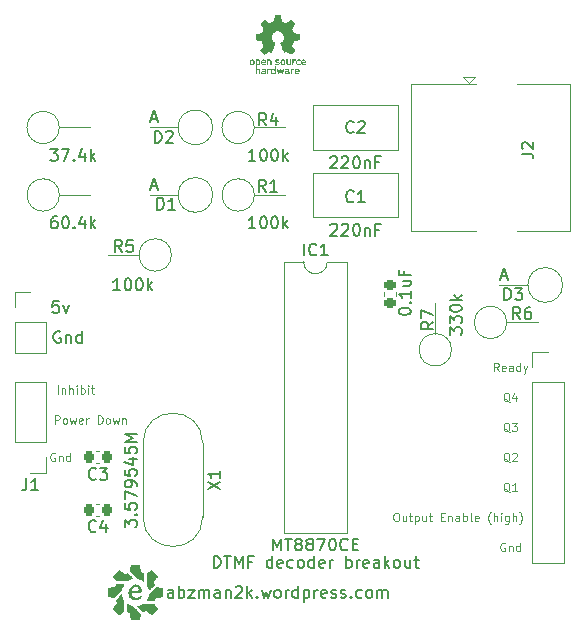
<source format=gto>
%TF.GenerationSoftware,KiCad,Pcbnew,(6.0.0)*%
%TF.CreationDate,2022-03-13T18:40:28-04:00*%
%TF.ProjectId,board for mt8870,626f6172-6420-4666-9f72-206d74383837,rev?*%
%TF.SameCoordinates,Original*%
%TF.FileFunction,Legend,Top*%
%TF.FilePolarity,Positive*%
%FSLAX46Y46*%
G04 Gerber Fmt 4.6, Leading zero omitted, Abs format (unit mm)*
G04 Created by KiCad (PCBNEW (6.0.0)) date 2022-03-13 18:40:28*
%MOMM*%
%LPD*%
G01*
G04 APERTURE LIST*
G04 Aperture macros list*
%AMRoundRect*
0 Rectangle with rounded corners*
0 $1 Rounding radius*
0 $2 $3 $4 $5 $6 $7 $8 $9 X,Y pos of 4 corners*
0 Add a 4 corners polygon primitive as box body*
4,1,4,$2,$3,$4,$5,$6,$7,$8,$9,$2,$3,0*
0 Add four circle primitives for the rounded corners*
1,1,$1+$1,$2,$3*
1,1,$1+$1,$4,$5*
1,1,$1+$1,$6,$7*
1,1,$1+$1,$8,$9*
0 Add four rect primitives between the rounded corners*
20,1,$1+$1,$2,$3,$4,$5,0*
20,1,$1+$1,$4,$5,$6,$7,0*
20,1,$1+$1,$6,$7,$8,$9,0*
20,1,$1+$1,$8,$9,$2,$3,0*%
G04 Aperture macros list end*
%ADD10C,0.100000*%
%ADD11C,0.150000*%
%ADD12C,0.120000*%
%ADD13C,1.500000*%
%ADD14R,1.600000X1.600000*%
%ADD15O,1.600000X1.600000*%
%ADD16R,1.700000X1.700000*%
%ADD17O,1.700000X1.700000*%
%ADD18C,1.600000*%
%ADD19C,3.200000*%
%ADD20C,2.300000*%
%ADD21R,1.500000X1.500000*%
%ADD22R,1.800000X1.800000*%
%ADD23O,1.800000X1.800000*%
%ADD24RoundRect,0.225000X0.225000X0.250000X-0.225000X0.250000X-0.225000X-0.250000X0.225000X-0.250000X0*%
%ADD25RoundRect,0.225000X-0.250000X0.225000X-0.250000X-0.225000X0.250000X-0.225000X0.250000X0.225000X0*%
G04 APERTURE END LIST*
D10*
X125663333Y-67693333D02*
X125596666Y-67660000D01*
X125530000Y-67593333D01*
X125430000Y-67493333D01*
X125363333Y-67460000D01*
X125296666Y-67460000D01*
X125330000Y-67626666D02*
X125263333Y-67593333D01*
X125196666Y-67526666D01*
X125163333Y-67393333D01*
X125163333Y-67160000D01*
X125196666Y-67026666D01*
X125263333Y-66960000D01*
X125330000Y-66926666D01*
X125463333Y-66926666D01*
X125530000Y-66960000D01*
X125596666Y-67026666D01*
X125630000Y-67160000D01*
X125630000Y-67393333D01*
X125596666Y-67526666D01*
X125530000Y-67593333D01*
X125463333Y-67626666D01*
X125330000Y-67626666D01*
X126230000Y-67160000D02*
X126230000Y-67626666D01*
X126063333Y-66893333D02*
X125896666Y-67393333D01*
X126330000Y-67393333D01*
X87170000Y-69531666D02*
X87170000Y-68831666D01*
X87436666Y-68831666D01*
X87503333Y-68865000D01*
X87536666Y-68898333D01*
X87570000Y-68965000D01*
X87570000Y-69065000D01*
X87536666Y-69131666D01*
X87503333Y-69165000D01*
X87436666Y-69198333D01*
X87170000Y-69198333D01*
X87970000Y-69531666D02*
X87903333Y-69498333D01*
X87870000Y-69465000D01*
X87836666Y-69398333D01*
X87836666Y-69198333D01*
X87870000Y-69131666D01*
X87903333Y-69098333D01*
X87970000Y-69065000D01*
X88070000Y-69065000D01*
X88136666Y-69098333D01*
X88170000Y-69131666D01*
X88203333Y-69198333D01*
X88203333Y-69398333D01*
X88170000Y-69465000D01*
X88136666Y-69498333D01*
X88070000Y-69531666D01*
X87970000Y-69531666D01*
X88436666Y-69065000D02*
X88570000Y-69531666D01*
X88703333Y-69198333D01*
X88836666Y-69531666D01*
X88970000Y-69065000D01*
X89503333Y-69498333D02*
X89436666Y-69531666D01*
X89303333Y-69531666D01*
X89236666Y-69498333D01*
X89203333Y-69431666D01*
X89203333Y-69165000D01*
X89236666Y-69098333D01*
X89303333Y-69065000D01*
X89436666Y-69065000D01*
X89503333Y-69098333D01*
X89536666Y-69165000D01*
X89536666Y-69231666D01*
X89203333Y-69298333D01*
X89836666Y-69531666D02*
X89836666Y-69065000D01*
X89836666Y-69198333D02*
X89870000Y-69131666D01*
X89903333Y-69098333D01*
X89970000Y-69065000D01*
X90036666Y-69065000D01*
X90803333Y-69531666D02*
X90803333Y-68831666D01*
X90970000Y-68831666D01*
X91070000Y-68865000D01*
X91136666Y-68931666D01*
X91170000Y-68998333D01*
X91203333Y-69131666D01*
X91203333Y-69231666D01*
X91170000Y-69365000D01*
X91136666Y-69431666D01*
X91070000Y-69498333D01*
X90970000Y-69531666D01*
X90803333Y-69531666D01*
X91603333Y-69531666D02*
X91536666Y-69498333D01*
X91503333Y-69465000D01*
X91470000Y-69398333D01*
X91470000Y-69198333D01*
X91503333Y-69131666D01*
X91536666Y-69098333D01*
X91603333Y-69065000D01*
X91703333Y-69065000D01*
X91770000Y-69098333D01*
X91803333Y-69131666D01*
X91836666Y-69198333D01*
X91836666Y-69398333D01*
X91803333Y-69465000D01*
X91770000Y-69498333D01*
X91703333Y-69531666D01*
X91603333Y-69531666D01*
X92070000Y-69065000D02*
X92203333Y-69531666D01*
X92336666Y-69198333D01*
X92470000Y-69531666D01*
X92603333Y-69065000D01*
X92870000Y-69065000D02*
X92870000Y-69531666D01*
X92870000Y-69131666D02*
X92903333Y-69098333D01*
X92970000Y-69065000D01*
X93070000Y-69065000D01*
X93136666Y-69098333D01*
X93170000Y-69165000D01*
X93170000Y-69531666D01*
D11*
X87622142Y-61730000D02*
X87526904Y-61682380D01*
X87384047Y-61682380D01*
X87241190Y-61730000D01*
X87145952Y-61825238D01*
X87098333Y-61920476D01*
X87050714Y-62110952D01*
X87050714Y-62253809D01*
X87098333Y-62444285D01*
X87145952Y-62539523D01*
X87241190Y-62634761D01*
X87384047Y-62682380D01*
X87479285Y-62682380D01*
X87622142Y-62634761D01*
X87669761Y-62587142D01*
X87669761Y-62253809D01*
X87479285Y-62253809D01*
X88098333Y-62015714D02*
X88098333Y-62682380D01*
X88098333Y-62110952D02*
X88145952Y-62063333D01*
X88241190Y-62015714D01*
X88384047Y-62015714D01*
X88479285Y-62063333D01*
X88526904Y-62158571D01*
X88526904Y-62682380D01*
X89431666Y-62682380D02*
X89431666Y-61682380D01*
X89431666Y-62634761D02*
X89336428Y-62682380D01*
X89145952Y-62682380D01*
X89050714Y-62634761D01*
X89003095Y-62587142D01*
X88955476Y-62491904D01*
X88955476Y-62206190D01*
X89003095Y-62110952D01*
X89050714Y-62063333D01*
X89145952Y-62015714D01*
X89336428Y-62015714D01*
X89431666Y-62063333D01*
D10*
X124746666Y-65086666D02*
X124513333Y-64753333D01*
X124346666Y-65086666D02*
X124346666Y-64386666D01*
X124613333Y-64386666D01*
X124680000Y-64420000D01*
X124713333Y-64453333D01*
X124746666Y-64520000D01*
X124746666Y-64620000D01*
X124713333Y-64686666D01*
X124680000Y-64720000D01*
X124613333Y-64753333D01*
X124346666Y-64753333D01*
X125313333Y-65053333D02*
X125246666Y-65086666D01*
X125113333Y-65086666D01*
X125046666Y-65053333D01*
X125013333Y-64986666D01*
X125013333Y-64720000D01*
X125046666Y-64653333D01*
X125113333Y-64620000D01*
X125246666Y-64620000D01*
X125313333Y-64653333D01*
X125346666Y-64720000D01*
X125346666Y-64786666D01*
X125013333Y-64853333D01*
X125946666Y-65086666D02*
X125946666Y-64720000D01*
X125913333Y-64653333D01*
X125846666Y-64620000D01*
X125713333Y-64620000D01*
X125646666Y-64653333D01*
X125946666Y-65053333D02*
X125880000Y-65086666D01*
X125713333Y-65086666D01*
X125646666Y-65053333D01*
X125613333Y-64986666D01*
X125613333Y-64920000D01*
X125646666Y-64853333D01*
X125713333Y-64820000D01*
X125880000Y-64820000D01*
X125946666Y-64786666D01*
X126580000Y-65086666D02*
X126580000Y-64386666D01*
X126580000Y-65053333D02*
X126513333Y-65086666D01*
X126380000Y-65086666D01*
X126313333Y-65053333D01*
X126280000Y-65020000D01*
X126246666Y-64953333D01*
X126246666Y-64753333D01*
X126280000Y-64686666D01*
X126313333Y-64653333D01*
X126380000Y-64620000D01*
X126513333Y-64620000D01*
X126580000Y-64653333D01*
X126846666Y-64620000D02*
X127013333Y-65086666D01*
X127180000Y-64620000D02*
X127013333Y-65086666D01*
X126946666Y-65253333D01*
X126913333Y-65286666D01*
X126846666Y-65320000D01*
X87180000Y-72040000D02*
X87113333Y-72006666D01*
X87013333Y-72006666D01*
X86913333Y-72040000D01*
X86846666Y-72106666D01*
X86813333Y-72173333D01*
X86780000Y-72306666D01*
X86780000Y-72406666D01*
X86813333Y-72540000D01*
X86846666Y-72606666D01*
X86913333Y-72673333D01*
X87013333Y-72706666D01*
X87080000Y-72706666D01*
X87180000Y-72673333D01*
X87213333Y-72640000D01*
X87213333Y-72406666D01*
X87080000Y-72406666D01*
X87513333Y-72240000D02*
X87513333Y-72706666D01*
X87513333Y-72306666D02*
X87546666Y-72273333D01*
X87613333Y-72240000D01*
X87713333Y-72240000D01*
X87780000Y-72273333D01*
X87813333Y-72340000D01*
X87813333Y-72706666D01*
X88446666Y-72706666D02*
X88446666Y-72006666D01*
X88446666Y-72673333D02*
X88380000Y-72706666D01*
X88246666Y-72706666D01*
X88180000Y-72673333D01*
X88146666Y-72640000D01*
X88113333Y-72573333D01*
X88113333Y-72373333D01*
X88146666Y-72306666D01*
X88180000Y-72273333D01*
X88246666Y-72240000D01*
X88380000Y-72240000D01*
X88446666Y-72273333D01*
D11*
X87487142Y-59142380D02*
X87010952Y-59142380D01*
X86963333Y-59618571D01*
X87010952Y-59570952D01*
X87106190Y-59523333D01*
X87344285Y-59523333D01*
X87439523Y-59570952D01*
X87487142Y-59618571D01*
X87534761Y-59713809D01*
X87534761Y-59951904D01*
X87487142Y-60047142D01*
X87439523Y-60094761D01*
X87344285Y-60142380D01*
X87106190Y-60142380D01*
X87010952Y-60094761D01*
X86963333Y-60047142D01*
X87868095Y-59475714D02*
X88106190Y-60142380D01*
X88344285Y-59475714D01*
D10*
X116001666Y-77086666D02*
X116135000Y-77086666D01*
X116201666Y-77120000D01*
X116268333Y-77186666D01*
X116301666Y-77320000D01*
X116301666Y-77553333D01*
X116268333Y-77686666D01*
X116201666Y-77753333D01*
X116135000Y-77786666D01*
X116001666Y-77786666D01*
X115935000Y-77753333D01*
X115868333Y-77686666D01*
X115835000Y-77553333D01*
X115835000Y-77320000D01*
X115868333Y-77186666D01*
X115935000Y-77120000D01*
X116001666Y-77086666D01*
X116901666Y-77320000D02*
X116901666Y-77786666D01*
X116601666Y-77320000D02*
X116601666Y-77686666D01*
X116635000Y-77753333D01*
X116701666Y-77786666D01*
X116801666Y-77786666D01*
X116868333Y-77753333D01*
X116901666Y-77720000D01*
X117135000Y-77320000D02*
X117401666Y-77320000D01*
X117235000Y-77086666D02*
X117235000Y-77686666D01*
X117268333Y-77753333D01*
X117335000Y-77786666D01*
X117401666Y-77786666D01*
X117635000Y-77320000D02*
X117635000Y-78020000D01*
X117635000Y-77353333D02*
X117701666Y-77320000D01*
X117835000Y-77320000D01*
X117901666Y-77353333D01*
X117935000Y-77386666D01*
X117968333Y-77453333D01*
X117968333Y-77653333D01*
X117935000Y-77720000D01*
X117901666Y-77753333D01*
X117835000Y-77786666D01*
X117701666Y-77786666D01*
X117635000Y-77753333D01*
X118568333Y-77320000D02*
X118568333Y-77786666D01*
X118268333Y-77320000D02*
X118268333Y-77686666D01*
X118301666Y-77753333D01*
X118368333Y-77786666D01*
X118468333Y-77786666D01*
X118535000Y-77753333D01*
X118568333Y-77720000D01*
X118801666Y-77320000D02*
X119068333Y-77320000D01*
X118901666Y-77086666D02*
X118901666Y-77686666D01*
X118935000Y-77753333D01*
X119001666Y-77786666D01*
X119068333Y-77786666D01*
X119835000Y-77420000D02*
X120068333Y-77420000D01*
X120168333Y-77786666D02*
X119835000Y-77786666D01*
X119835000Y-77086666D01*
X120168333Y-77086666D01*
X120468333Y-77320000D02*
X120468333Y-77786666D01*
X120468333Y-77386666D02*
X120501666Y-77353333D01*
X120568333Y-77320000D01*
X120668333Y-77320000D01*
X120735000Y-77353333D01*
X120768333Y-77420000D01*
X120768333Y-77786666D01*
X121401666Y-77786666D02*
X121401666Y-77420000D01*
X121368333Y-77353333D01*
X121301666Y-77320000D01*
X121168333Y-77320000D01*
X121101666Y-77353333D01*
X121401666Y-77753333D02*
X121335000Y-77786666D01*
X121168333Y-77786666D01*
X121101666Y-77753333D01*
X121068333Y-77686666D01*
X121068333Y-77620000D01*
X121101666Y-77553333D01*
X121168333Y-77520000D01*
X121335000Y-77520000D01*
X121401666Y-77486666D01*
X121735000Y-77786666D02*
X121735000Y-77086666D01*
X121735000Y-77353333D02*
X121801666Y-77320000D01*
X121935000Y-77320000D01*
X122001666Y-77353333D01*
X122035000Y-77386666D01*
X122068333Y-77453333D01*
X122068333Y-77653333D01*
X122035000Y-77720000D01*
X122001666Y-77753333D01*
X121935000Y-77786666D01*
X121801666Y-77786666D01*
X121735000Y-77753333D01*
X122468333Y-77786666D02*
X122401666Y-77753333D01*
X122368333Y-77686666D01*
X122368333Y-77086666D01*
X123001666Y-77753333D02*
X122935000Y-77786666D01*
X122801666Y-77786666D01*
X122735000Y-77753333D01*
X122701666Y-77686666D01*
X122701666Y-77420000D01*
X122735000Y-77353333D01*
X122801666Y-77320000D01*
X122935000Y-77320000D01*
X123001666Y-77353333D01*
X123035000Y-77420000D01*
X123035000Y-77486666D01*
X122701666Y-77553333D01*
X124068333Y-78053333D02*
X124035000Y-78020000D01*
X123968333Y-77920000D01*
X123935000Y-77853333D01*
X123901666Y-77753333D01*
X123868333Y-77586666D01*
X123868333Y-77453333D01*
X123901666Y-77286666D01*
X123935000Y-77186666D01*
X123968333Y-77120000D01*
X124035000Y-77020000D01*
X124068333Y-76986666D01*
X124335000Y-77786666D02*
X124335000Y-77086666D01*
X124635000Y-77786666D02*
X124635000Y-77420000D01*
X124601666Y-77353333D01*
X124535000Y-77320000D01*
X124435000Y-77320000D01*
X124368333Y-77353333D01*
X124335000Y-77386666D01*
X124968333Y-77786666D02*
X124968333Y-77320000D01*
X124968333Y-77086666D02*
X124935000Y-77120000D01*
X124968333Y-77153333D01*
X125001666Y-77120000D01*
X124968333Y-77086666D01*
X124968333Y-77153333D01*
X125601666Y-77320000D02*
X125601666Y-77886666D01*
X125568333Y-77953333D01*
X125535000Y-77986666D01*
X125468333Y-78020000D01*
X125368333Y-78020000D01*
X125301666Y-77986666D01*
X125601666Y-77753333D02*
X125535000Y-77786666D01*
X125401666Y-77786666D01*
X125335000Y-77753333D01*
X125301666Y-77720000D01*
X125268333Y-77653333D01*
X125268333Y-77453333D01*
X125301666Y-77386666D01*
X125335000Y-77353333D01*
X125401666Y-77320000D01*
X125535000Y-77320000D01*
X125601666Y-77353333D01*
X125935000Y-77786666D02*
X125935000Y-77086666D01*
X126235000Y-77786666D02*
X126235000Y-77420000D01*
X126201666Y-77353333D01*
X126135000Y-77320000D01*
X126035000Y-77320000D01*
X125968333Y-77353333D01*
X125935000Y-77386666D01*
X126501666Y-78053333D02*
X126535000Y-78020000D01*
X126601666Y-77920000D01*
X126635000Y-77853333D01*
X126668333Y-77753333D01*
X126701666Y-77586666D01*
X126701666Y-77453333D01*
X126668333Y-77286666D01*
X126635000Y-77186666D01*
X126601666Y-77120000D01*
X126535000Y-77020000D01*
X126501666Y-76986666D01*
X125663333Y-75313333D02*
X125596666Y-75280000D01*
X125530000Y-75213333D01*
X125430000Y-75113333D01*
X125363333Y-75080000D01*
X125296666Y-75080000D01*
X125330000Y-75246666D02*
X125263333Y-75213333D01*
X125196666Y-75146666D01*
X125163333Y-75013333D01*
X125163333Y-74780000D01*
X125196666Y-74646666D01*
X125263333Y-74580000D01*
X125330000Y-74546666D01*
X125463333Y-74546666D01*
X125530000Y-74580000D01*
X125596666Y-74646666D01*
X125630000Y-74780000D01*
X125630000Y-75013333D01*
X125596666Y-75146666D01*
X125530000Y-75213333D01*
X125463333Y-75246666D01*
X125330000Y-75246666D01*
X126296666Y-75246666D02*
X125896666Y-75246666D01*
X126096666Y-75246666D02*
X126096666Y-74546666D01*
X126030000Y-74646666D01*
X125963333Y-74713333D01*
X125896666Y-74746666D01*
X87416666Y-66991666D02*
X87416666Y-66291666D01*
X87750000Y-66525000D02*
X87750000Y-66991666D01*
X87750000Y-66591666D02*
X87783333Y-66558333D01*
X87850000Y-66525000D01*
X87950000Y-66525000D01*
X88016666Y-66558333D01*
X88050000Y-66625000D01*
X88050000Y-66991666D01*
X88383333Y-66991666D02*
X88383333Y-66291666D01*
X88683333Y-66991666D02*
X88683333Y-66625000D01*
X88650000Y-66558333D01*
X88583333Y-66525000D01*
X88483333Y-66525000D01*
X88416666Y-66558333D01*
X88383333Y-66591666D01*
X89016666Y-66991666D02*
X89016666Y-66525000D01*
X89016666Y-66291666D02*
X88983333Y-66325000D01*
X89016666Y-66358333D01*
X89050000Y-66325000D01*
X89016666Y-66291666D01*
X89016666Y-66358333D01*
X89350000Y-66991666D02*
X89350000Y-66291666D01*
X89350000Y-66558333D02*
X89416666Y-66525000D01*
X89550000Y-66525000D01*
X89616666Y-66558333D01*
X89650000Y-66591666D01*
X89683333Y-66658333D01*
X89683333Y-66858333D01*
X89650000Y-66925000D01*
X89616666Y-66958333D01*
X89550000Y-66991666D01*
X89416666Y-66991666D01*
X89350000Y-66958333D01*
X89983333Y-66991666D02*
X89983333Y-66525000D01*
X89983333Y-66291666D02*
X89950000Y-66325000D01*
X89983333Y-66358333D01*
X90016666Y-66325000D01*
X89983333Y-66291666D01*
X89983333Y-66358333D01*
X90216666Y-66525000D02*
X90483333Y-66525000D01*
X90316666Y-66291666D02*
X90316666Y-66891666D01*
X90350000Y-66958333D01*
X90416666Y-66991666D01*
X90483333Y-66991666D01*
D11*
X100624761Y-81732380D02*
X100624761Y-80732380D01*
X100862857Y-80732380D01*
X101005714Y-80780000D01*
X101100952Y-80875238D01*
X101148571Y-80970476D01*
X101196190Y-81160952D01*
X101196190Y-81303809D01*
X101148571Y-81494285D01*
X101100952Y-81589523D01*
X101005714Y-81684761D01*
X100862857Y-81732380D01*
X100624761Y-81732380D01*
X101481904Y-80732380D02*
X102053333Y-80732380D01*
X101767619Y-81732380D02*
X101767619Y-80732380D01*
X102386666Y-81732380D02*
X102386666Y-80732380D01*
X102720000Y-81446666D01*
X103053333Y-80732380D01*
X103053333Y-81732380D01*
X103862857Y-81208571D02*
X103529523Y-81208571D01*
X103529523Y-81732380D02*
X103529523Y-80732380D01*
X104005714Y-80732380D01*
X105577142Y-81732380D02*
X105577142Y-80732380D01*
X105577142Y-81684761D02*
X105481904Y-81732380D01*
X105291428Y-81732380D01*
X105196190Y-81684761D01*
X105148571Y-81637142D01*
X105100952Y-81541904D01*
X105100952Y-81256190D01*
X105148571Y-81160952D01*
X105196190Y-81113333D01*
X105291428Y-81065714D01*
X105481904Y-81065714D01*
X105577142Y-81113333D01*
X106434285Y-81684761D02*
X106339047Y-81732380D01*
X106148571Y-81732380D01*
X106053333Y-81684761D01*
X106005714Y-81589523D01*
X106005714Y-81208571D01*
X106053333Y-81113333D01*
X106148571Y-81065714D01*
X106339047Y-81065714D01*
X106434285Y-81113333D01*
X106481904Y-81208571D01*
X106481904Y-81303809D01*
X106005714Y-81399047D01*
X107339047Y-81684761D02*
X107243809Y-81732380D01*
X107053333Y-81732380D01*
X106958095Y-81684761D01*
X106910476Y-81637142D01*
X106862857Y-81541904D01*
X106862857Y-81256190D01*
X106910476Y-81160952D01*
X106958095Y-81113333D01*
X107053333Y-81065714D01*
X107243809Y-81065714D01*
X107339047Y-81113333D01*
X107910476Y-81732380D02*
X107815238Y-81684761D01*
X107767619Y-81637142D01*
X107720000Y-81541904D01*
X107720000Y-81256190D01*
X107767619Y-81160952D01*
X107815238Y-81113333D01*
X107910476Y-81065714D01*
X108053333Y-81065714D01*
X108148571Y-81113333D01*
X108196190Y-81160952D01*
X108243809Y-81256190D01*
X108243809Y-81541904D01*
X108196190Y-81637142D01*
X108148571Y-81684761D01*
X108053333Y-81732380D01*
X107910476Y-81732380D01*
X109100952Y-81732380D02*
X109100952Y-80732380D01*
X109100952Y-81684761D02*
X109005714Y-81732380D01*
X108815238Y-81732380D01*
X108720000Y-81684761D01*
X108672380Y-81637142D01*
X108624761Y-81541904D01*
X108624761Y-81256190D01*
X108672380Y-81160952D01*
X108720000Y-81113333D01*
X108815238Y-81065714D01*
X109005714Y-81065714D01*
X109100952Y-81113333D01*
X109958095Y-81684761D02*
X109862857Y-81732380D01*
X109672380Y-81732380D01*
X109577142Y-81684761D01*
X109529523Y-81589523D01*
X109529523Y-81208571D01*
X109577142Y-81113333D01*
X109672380Y-81065714D01*
X109862857Y-81065714D01*
X109958095Y-81113333D01*
X110005714Y-81208571D01*
X110005714Y-81303809D01*
X109529523Y-81399047D01*
X110434285Y-81732380D02*
X110434285Y-81065714D01*
X110434285Y-81256190D02*
X110481904Y-81160952D01*
X110529523Y-81113333D01*
X110624761Y-81065714D01*
X110720000Y-81065714D01*
X111815238Y-81732380D02*
X111815238Y-80732380D01*
X111815238Y-81113333D02*
X111910476Y-81065714D01*
X112100952Y-81065714D01*
X112196190Y-81113333D01*
X112243809Y-81160952D01*
X112291428Y-81256190D01*
X112291428Y-81541904D01*
X112243809Y-81637142D01*
X112196190Y-81684761D01*
X112100952Y-81732380D01*
X111910476Y-81732380D01*
X111815238Y-81684761D01*
X112720000Y-81732380D02*
X112720000Y-81065714D01*
X112720000Y-81256190D02*
X112767619Y-81160952D01*
X112815238Y-81113333D01*
X112910476Y-81065714D01*
X113005714Y-81065714D01*
X113720000Y-81684761D02*
X113624761Y-81732380D01*
X113434285Y-81732380D01*
X113339047Y-81684761D01*
X113291428Y-81589523D01*
X113291428Y-81208571D01*
X113339047Y-81113333D01*
X113434285Y-81065714D01*
X113624761Y-81065714D01*
X113720000Y-81113333D01*
X113767619Y-81208571D01*
X113767619Y-81303809D01*
X113291428Y-81399047D01*
X114624761Y-81732380D02*
X114624761Y-81208571D01*
X114577142Y-81113333D01*
X114481904Y-81065714D01*
X114291428Y-81065714D01*
X114196190Y-81113333D01*
X114624761Y-81684761D02*
X114529523Y-81732380D01*
X114291428Y-81732380D01*
X114196190Y-81684761D01*
X114148571Y-81589523D01*
X114148571Y-81494285D01*
X114196190Y-81399047D01*
X114291428Y-81351428D01*
X114529523Y-81351428D01*
X114624761Y-81303809D01*
X115100952Y-81732380D02*
X115100952Y-80732380D01*
X115196190Y-81351428D02*
X115481904Y-81732380D01*
X115481904Y-81065714D02*
X115100952Y-81446666D01*
X116053333Y-81732380D02*
X115958095Y-81684761D01*
X115910476Y-81637142D01*
X115862857Y-81541904D01*
X115862857Y-81256190D01*
X115910476Y-81160952D01*
X115958095Y-81113333D01*
X116053333Y-81065714D01*
X116196190Y-81065714D01*
X116291428Y-81113333D01*
X116339047Y-81160952D01*
X116386666Y-81256190D01*
X116386666Y-81541904D01*
X116339047Y-81637142D01*
X116291428Y-81684761D01*
X116196190Y-81732380D01*
X116053333Y-81732380D01*
X117243809Y-81065714D02*
X117243809Y-81732380D01*
X116815238Y-81065714D02*
X116815238Y-81589523D01*
X116862857Y-81684761D01*
X116958095Y-81732380D01*
X117100952Y-81732380D01*
X117196190Y-81684761D01*
X117243809Y-81637142D01*
X117577142Y-81065714D02*
X117958095Y-81065714D01*
X117720000Y-80732380D02*
X117720000Y-81589523D01*
X117767619Y-81684761D01*
X117862857Y-81732380D01*
X117958095Y-81732380D01*
D10*
X125280000Y-79660000D02*
X125213333Y-79626666D01*
X125113333Y-79626666D01*
X125013333Y-79660000D01*
X124946666Y-79726666D01*
X124913333Y-79793333D01*
X124880000Y-79926666D01*
X124880000Y-80026666D01*
X124913333Y-80160000D01*
X124946666Y-80226666D01*
X125013333Y-80293333D01*
X125113333Y-80326666D01*
X125180000Y-80326666D01*
X125280000Y-80293333D01*
X125313333Y-80260000D01*
X125313333Y-80026666D01*
X125180000Y-80026666D01*
X125613333Y-79860000D02*
X125613333Y-80326666D01*
X125613333Y-79926666D02*
X125646666Y-79893333D01*
X125713333Y-79860000D01*
X125813333Y-79860000D01*
X125880000Y-79893333D01*
X125913333Y-79960000D01*
X125913333Y-80326666D01*
X126546666Y-80326666D02*
X126546666Y-79626666D01*
X126546666Y-80293333D02*
X126480000Y-80326666D01*
X126346666Y-80326666D01*
X126280000Y-80293333D01*
X126246666Y-80260000D01*
X126213333Y-80193333D01*
X126213333Y-79993333D01*
X126246666Y-79926666D01*
X126280000Y-79893333D01*
X126346666Y-79860000D01*
X126480000Y-79860000D01*
X126546666Y-79893333D01*
X125663333Y-72773333D02*
X125596666Y-72740000D01*
X125530000Y-72673333D01*
X125430000Y-72573333D01*
X125363333Y-72540000D01*
X125296666Y-72540000D01*
X125330000Y-72706666D02*
X125263333Y-72673333D01*
X125196666Y-72606666D01*
X125163333Y-72473333D01*
X125163333Y-72240000D01*
X125196666Y-72106666D01*
X125263333Y-72040000D01*
X125330000Y-72006666D01*
X125463333Y-72006666D01*
X125530000Y-72040000D01*
X125596666Y-72106666D01*
X125630000Y-72240000D01*
X125630000Y-72473333D01*
X125596666Y-72606666D01*
X125530000Y-72673333D01*
X125463333Y-72706666D01*
X125330000Y-72706666D01*
X125896666Y-72073333D02*
X125930000Y-72040000D01*
X125996666Y-72006666D01*
X126163333Y-72006666D01*
X126230000Y-72040000D01*
X126263333Y-72073333D01*
X126296666Y-72140000D01*
X126296666Y-72206666D01*
X126263333Y-72306666D01*
X125863333Y-72706666D01*
X126296666Y-72706666D01*
D11*
X97187857Y-84272380D02*
X97187857Y-83748571D01*
X97140238Y-83653333D01*
X97045000Y-83605714D01*
X96854523Y-83605714D01*
X96759285Y-83653333D01*
X97187857Y-84224761D02*
X97092619Y-84272380D01*
X96854523Y-84272380D01*
X96759285Y-84224761D01*
X96711666Y-84129523D01*
X96711666Y-84034285D01*
X96759285Y-83939047D01*
X96854523Y-83891428D01*
X97092619Y-83891428D01*
X97187857Y-83843809D01*
X97664047Y-84272380D02*
X97664047Y-83272380D01*
X97664047Y-83653333D02*
X97759285Y-83605714D01*
X97949761Y-83605714D01*
X98045000Y-83653333D01*
X98092619Y-83700952D01*
X98140238Y-83796190D01*
X98140238Y-84081904D01*
X98092619Y-84177142D01*
X98045000Y-84224761D01*
X97949761Y-84272380D01*
X97759285Y-84272380D01*
X97664047Y-84224761D01*
X98473571Y-83605714D02*
X98997380Y-83605714D01*
X98473571Y-84272380D01*
X98997380Y-84272380D01*
X99378333Y-84272380D02*
X99378333Y-83605714D01*
X99378333Y-83700952D02*
X99425952Y-83653333D01*
X99521190Y-83605714D01*
X99664047Y-83605714D01*
X99759285Y-83653333D01*
X99806904Y-83748571D01*
X99806904Y-84272380D01*
X99806904Y-83748571D02*
X99854523Y-83653333D01*
X99949761Y-83605714D01*
X100092619Y-83605714D01*
X100187857Y-83653333D01*
X100235476Y-83748571D01*
X100235476Y-84272380D01*
X101140238Y-84272380D02*
X101140238Y-83748571D01*
X101092619Y-83653333D01*
X100997380Y-83605714D01*
X100806904Y-83605714D01*
X100711666Y-83653333D01*
X101140238Y-84224761D02*
X101045000Y-84272380D01*
X100806904Y-84272380D01*
X100711666Y-84224761D01*
X100664047Y-84129523D01*
X100664047Y-84034285D01*
X100711666Y-83939047D01*
X100806904Y-83891428D01*
X101045000Y-83891428D01*
X101140238Y-83843809D01*
X101616428Y-83605714D02*
X101616428Y-84272380D01*
X101616428Y-83700952D02*
X101664047Y-83653333D01*
X101759285Y-83605714D01*
X101902142Y-83605714D01*
X101997380Y-83653333D01*
X102045000Y-83748571D01*
X102045000Y-84272380D01*
X102473571Y-83367619D02*
X102521190Y-83320000D01*
X102616428Y-83272380D01*
X102854523Y-83272380D01*
X102949761Y-83320000D01*
X102997380Y-83367619D01*
X103045000Y-83462857D01*
X103045000Y-83558095D01*
X102997380Y-83700952D01*
X102425952Y-84272380D01*
X103045000Y-84272380D01*
X103473571Y-84272380D02*
X103473571Y-83272380D01*
X103568809Y-83891428D02*
X103854523Y-84272380D01*
X103854523Y-83605714D02*
X103473571Y-83986666D01*
X104283095Y-84177142D02*
X104330714Y-84224761D01*
X104283095Y-84272380D01*
X104235476Y-84224761D01*
X104283095Y-84177142D01*
X104283095Y-84272380D01*
X104664047Y-83605714D02*
X104854523Y-84272380D01*
X105045000Y-83796190D01*
X105235476Y-84272380D01*
X105425952Y-83605714D01*
X105949761Y-84272380D02*
X105854523Y-84224761D01*
X105806904Y-84177142D01*
X105759285Y-84081904D01*
X105759285Y-83796190D01*
X105806904Y-83700952D01*
X105854523Y-83653333D01*
X105949761Y-83605714D01*
X106092619Y-83605714D01*
X106187857Y-83653333D01*
X106235476Y-83700952D01*
X106283095Y-83796190D01*
X106283095Y-84081904D01*
X106235476Y-84177142D01*
X106187857Y-84224761D01*
X106092619Y-84272380D01*
X105949761Y-84272380D01*
X106711666Y-84272380D02*
X106711666Y-83605714D01*
X106711666Y-83796190D02*
X106759285Y-83700952D01*
X106806904Y-83653333D01*
X106902142Y-83605714D01*
X106997380Y-83605714D01*
X107759285Y-84272380D02*
X107759285Y-83272380D01*
X107759285Y-84224761D02*
X107664047Y-84272380D01*
X107473571Y-84272380D01*
X107378333Y-84224761D01*
X107330714Y-84177142D01*
X107283095Y-84081904D01*
X107283095Y-83796190D01*
X107330714Y-83700952D01*
X107378333Y-83653333D01*
X107473571Y-83605714D01*
X107664047Y-83605714D01*
X107759285Y-83653333D01*
X108235476Y-83605714D02*
X108235476Y-84605714D01*
X108235476Y-83653333D02*
X108330714Y-83605714D01*
X108521190Y-83605714D01*
X108616428Y-83653333D01*
X108664047Y-83700952D01*
X108711666Y-83796190D01*
X108711666Y-84081904D01*
X108664047Y-84177142D01*
X108616428Y-84224761D01*
X108521190Y-84272380D01*
X108330714Y-84272380D01*
X108235476Y-84224761D01*
X109140238Y-84272380D02*
X109140238Y-83605714D01*
X109140238Y-83796190D02*
X109187857Y-83700952D01*
X109235476Y-83653333D01*
X109330714Y-83605714D01*
X109425952Y-83605714D01*
X110140238Y-84224761D02*
X110045000Y-84272380D01*
X109854523Y-84272380D01*
X109759285Y-84224761D01*
X109711666Y-84129523D01*
X109711666Y-83748571D01*
X109759285Y-83653333D01*
X109854523Y-83605714D01*
X110045000Y-83605714D01*
X110140238Y-83653333D01*
X110187857Y-83748571D01*
X110187857Y-83843809D01*
X109711666Y-83939047D01*
X110568809Y-84224761D02*
X110664047Y-84272380D01*
X110854523Y-84272380D01*
X110949761Y-84224761D01*
X110997380Y-84129523D01*
X110997380Y-84081904D01*
X110949761Y-83986666D01*
X110854523Y-83939047D01*
X110711666Y-83939047D01*
X110616428Y-83891428D01*
X110568809Y-83796190D01*
X110568809Y-83748571D01*
X110616428Y-83653333D01*
X110711666Y-83605714D01*
X110854523Y-83605714D01*
X110949761Y-83653333D01*
X111378333Y-84224761D02*
X111473571Y-84272380D01*
X111664047Y-84272380D01*
X111759285Y-84224761D01*
X111806904Y-84129523D01*
X111806904Y-84081904D01*
X111759285Y-83986666D01*
X111664047Y-83939047D01*
X111521190Y-83939047D01*
X111425952Y-83891428D01*
X111378333Y-83796190D01*
X111378333Y-83748571D01*
X111425952Y-83653333D01*
X111521190Y-83605714D01*
X111664047Y-83605714D01*
X111759285Y-83653333D01*
X112235476Y-84177142D02*
X112283095Y-84224761D01*
X112235476Y-84272380D01*
X112187857Y-84224761D01*
X112235476Y-84177142D01*
X112235476Y-84272380D01*
X113140238Y-84224761D02*
X113045000Y-84272380D01*
X112854523Y-84272380D01*
X112759285Y-84224761D01*
X112711666Y-84177142D01*
X112664047Y-84081904D01*
X112664047Y-83796190D01*
X112711666Y-83700952D01*
X112759285Y-83653333D01*
X112854523Y-83605714D01*
X113045000Y-83605714D01*
X113140238Y-83653333D01*
X113711666Y-84272380D02*
X113616428Y-84224761D01*
X113568809Y-84177142D01*
X113521190Y-84081904D01*
X113521190Y-83796190D01*
X113568809Y-83700952D01*
X113616428Y-83653333D01*
X113711666Y-83605714D01*
X113854523Y-83605714D01*
X113949761Y-83653333D01*
X113997380Y-83700952D01*
X114045000Y-83796190D01*
X114045000Y-84081904D01*
X113997380Y-84177142D01*
X113949761Y-84224761D01*
X113854523Y-84272380D01*
X113711666Y-84272380D01*
X114473571Y-84272380D02*
X114473571Y-83605714D01*
X114473571Y-83700952D02*
X114521190Y-83653333D01*
X114616428Y-83605714D01*
X114759285Y-83605714D01*
X114854523Y-83653333D01*
X114902142Y-83748571D01*
X114902142Y-84272380D01*
X114902142Y-83748571D02*
X114949761Y-83653333D01*
X115045000Y-83605714D01*
X115187857Y-83605714D01*
X115283095Y-83653333D01*
X115330714Y-83748571D01*
X115330714Y-84272380D01*
D10*
X125663333Y-70233333D02*
X125596666Y-70200000D01*
X125530000Y-70133333D01*
X125430000Y-70033333D01*
X125363333Y-70000000D01*
X125296666Y-70000000D01*
X125330000Y-70166666D02*
X125263333Y-70133333D01*
X125196666Y-70066666D01*
X125163333Y-69933333D01*
X125163333Y-69700000D01*
X125196666Y-69566666D01*
X125263333Y-69500000D01*
X125330000Y-69466666D01*
X125463333Y-69466666D01*
X125530000Y-69500000D01*
X125596666Y-69566666D01*
X125630000Y-69700000D01*
X125630000Y-69933333D01*
X125596666Y-70066666D01*
X125530000Y-70133333D01*
X125463333Y-70166666D01*
X125330000Y-70166666D01*
X125863333Y-69466666D02*
X126296666Y-69466666D01*
X126063333Y-69733333D01*
X126163333Y-69733333D01*
X126230000Y-69766666D01*
X126263333Y-69800000D01*
X126296666Y-69866666D01*
X126296666Y-70033333D01*
X126263333Y-70100000D01*
X126230000Y-70133333D01*
X126163333Y-70166666D01*
X125963333Y-70166666D01*
X125896666Y-70133333D01*
X125863333Y-70100000D01*
D11*
%TO.C,X1*%
X100132380Y-75094523D02*
X101132380Y-74427857D01*
X100132380Y-74427857D02*
X101132380Y-75094523D01*
X101132380Y-73523095D02*
X101132380Y-74094523D01*
X101132380Y-73808809D02*
X100132380Y-73808809D01*
X100275238Y-73904047D01*
X100370476Y-73999285D01*
X100418095Y-74094523D01*
X93082380Y-78285000D02*
X93082380Y-77665952D01*
X93463333Y-77999285D01*
X93463333Y-77856428D01*
X93510952Y-77761190D01*
X93558571Y-77713571D01*
X93653809Y-77665952D01*
X93891904Y-77665952D01*
X93987142Y-77713571D01*
X94034761Y-77761190D01*
X94082380Y-77856428D01*
X94082380Y-78142142D01*
X94034761Y-78237380D01*
X93987142Y-78285000D01*
X93987142Y-77237380D02*
X94034761Y-77189761D01*
X94082380Y-77237380D01*
X94034761Y-77285000D01*
X93987142Y-77237380D01*
X94082380Y-77237380D01*
X93082380Y-76285000D02*
X93082380Y-76761190D01*
X93558571Y-76808809D01*
X93510952Y-76761190D01*
X93463333Y-76665952D01*
X93463333Y-76427857D01*
X93510952Y-76332619D01*
X93558571Y-76285000D01*
X93653809Y-76237380D01*
X93891904Y-76237380D01*
X93987142Y-76285000D01*
X94034761Y-76332619D01*
X94082380Y-76427857D01*
X94082380Y-76665952D01*
X94034761Y-76761190D01*
X93987142Y-76808809D01*
X93082380Y-75904047D02*
X93082380Y-75237380D01*
X94082380Y-75665952D01*
X94082380Y-74808809D02*
X94082380Y-74618333D01*
X94034761Y-74523095D01*
X93987142Y-74475476D01*
X93844285Y-74380238D01*
X93653809Y-74332619D01*
X93272857Y-74332619D01*
X93177619Y-74380238D01*
X93130000Y-74427857D01*
X93082380Y-74523095D01*
X93082380Y-74713571D01*
X93130000Y-74808809D01*
X93177619Y-74856428D01*
X93272857Y-74904047D01*
X93510952Y-74904047D01*
X93606190Y-74856428D01*
X93653809Y-74808809D01*
X93701428Y-74713571D01*
X93701428Y-74523095D01*
X93653809Y-74427857D01*
X93606190Y-74380238D01*
X93510952Y-74332619D01*
X93082380Y-73427857D02*
X93082380Y-73904047D01*
X93558571Y-73951666D01*
X93510952Y-73904047D01*
X93463333Y-73808809D01*
X93463333Y-73570714D01*
X93510952Y-73475476D01*
X93558571Y-73427857D01*
X93653809Y-73380238D01*
X93891904Y-73380238D01*
X93987142Y-73427857D01*
X94034761Y-73475476D01*
X94082380Y-73570714D01*
X94082380Y-73808809D01*
X94034761Y-73904047D01*
X93987142Y-73951666D01*
X93415714Y-72523095D02*
X94082380Y-72523095D01*
X93034761Y-72761190D02*
X93749047Y-72999285D01*
X93749047Y-72380238D01*
X93082380Y-71523095D02*
X93082380Y-71999285D01*
X93558571Y-72046904D01*
X93510952Y-71999285D01*
X93463333Y-71904047D01*
X93463333Y-71665952D01*
X93510952Y-71570714D01*
X93558571Y-71523095D01*
X93653809Y-71475476D01*
X93891904Y-71475476D01*
X93987142Y-71523095D01*
X94034761Y-71570714D01*
X94082380Y-71665952D01*
X94082380Y-71904047D01*
X94034761Y-71999285D01*
X93987142Y-72046904D01*
X94082380Y-71046904D02*
X93082380Y-71046904D01*
X93796666Y-70713571D01*
X93082380Y-70380238D01*
X94082380Y-70380238D01*
%TO.C,IC1*%
X108253809Y-55282380D02*
X108253809Y-54282380D01*
X109301428Y-55187142D02*
X109253809Y-55234761D01*
X109110952Y-55282380D01*
X109015714Y-55282380D01*
X108872857Y-55234761D01*
X108777619Y-55139523D01*
X108730000Y-55044285D01*
X108682380Y-54853809D01*
X108682380Y-54710952D01*
X108730000Y-54520476D01*
X108777619Y-54425238D01*
X108872857Y-54330000D01*
X109015714Y-54282380D01*
X109110952Y-54282380D01*
X109253809Y-54330000D01*
X109301428Y-54377619D01*
X110253809Y-55282380D02*
X109682380Y-55282380D01*
X109968095Y-55282380D02*
X109968095Y-54282380D01*
X109872857Y-54425238D01*
X109777619Y-54520476D01*
X109682380Y-54568095D01*
X105658571Y-80262380D02*
X105658571Y-79262380D01*
X105991904Y-79976666D01*
X106325238Y-79262380D01*
X106325238Y-80262380D01*
X106658571Y-79262380D02*
X107230000Y-79262380D01*
X106944285Y-80262380D02*
X106944285Y-79262380D01*
X107706190Y-79690952D02*
X107610952Y-79643333D01*
X107563333Y-79595714D01*
X107515714Y-79500476D01*
X107515714Y-79452857D01*
X107563333Y-79357619D01*
X107610952Y-79310000D01*
X107706190Y-79262380D01*
X107896666Y-79262380D01*
X107991904Y-79310000D01*
X108039523Y-79357619D01*
X108087142Y-79452857D01*
X108087142Y-79500476D01*
X108039523Y-79595714D01*
X107991904Y-79643333D01*
X107896666Y-79690952D01*
X107706190Y-79690952D01*
X107610952Y-79738571D01*
X107563333Y-79786190D01*
X107515714Y-79881428D01*
X107515714Y-80071904D01*
X107563333Y-80167142D01*
X107610952Y-80214761D01*
X107706190Y-80262380D01*
X107896666Y-80262380D01*
X107991904Y-80214761D01*
X108039523Y-80167142D01*
X108087142Y-80071904D01*
X108087142Y-79881428D01*
X108039523Y-79786190D01*
X107991904Y-79738571D01*
X107896666Y-79690952D01*
X108658571Y-79690952D02*
X108563333Y-79643333D01*
X108515714Y-79595714D01*
X108468095Y-79500476D01*
X108468095Y-79452857D01*
X108515714Y-79357619D01*
X108563333Y-79310000D01*
X108658571Y-79262380D01*
X108849047Y-79262380D01*
X108944285Y-79310000D01*
X108991904Y-79357619D01*
X109039523Y-79452857D01*
X109039523Y-79500476D01*
X108991904Y-79595714D01*
X108944285Y-79643333D01*
X108849047Y-79690952D01*
X108658571Y-79690952D01*
X108563333Y-79738571D01*
X108515714Y-79786190D01*
X108468095Y-79881428D01*
X108468095Y-80071904D01*
X108515714Y-80167142D01*
X108563333Y-80214761D01*
X108658571Y-80262380D01*
X108849047Y-80262380D01*
X108944285Y-80214761D01*
X108991904Y-80167142D01*
X109039523Y-80071904D01*
X109039523Y-79881428D01*
X108991904Y-79786190D01*
X108944285Y-79738571D01*
X108849047Y-79690952D01*
X109372857Y-79262380D02*
X110039523Y-79262380D01*
X109610952Y-80262380D01*
X110610952Y-79262380D02*
X110706190Y-79262380D01*
X110801428Y-79310000D01*
X110849047Y-79357619D01*
X110896666Y-79452857D01*
X110944285Y-79643333D01*
X110944285Y-79881428D01*
X110896666Y-80071904D01*
X110849047Y-80167142D01*
X110801428Y-80214761D01*
X110706190Y-80262380D01*
X110610952Y-80262380D01*
X110515714Y-80214761D01*
X110468095Y-80167142D01*
X110420476Y-80071904D01*
X110372857Y-79881428D01*
X110372857Y-79643333D01*
X110420476Y-79452857D01*
X110468095Y-79357619D01*
X110515714Y-79310000D01*
X110610952Y-79262380D01*
X111944285Y-80167142D02*
X111896666Y-80214761D01*
X111753809Y-80262380D01*
X111658571Y-80262380D01*
X111515714Y-80214761D01*
X111420476Y-80119523D01*
X111372857Y-80024285D01*
X111325238Y-79833809D01*
X111325238Y-79690952D01*
X111372857Y-79500476D01*
X111420476Y-79405238D01*
X111515714Y-79310000D01*
X111658571Y-79262380D01*
X111753809Y-79262380D01*
X111896666Y-79310000D01*
X111944285Y-79357619D01*
X112372857Y-79738571D02*
X112706190Y-79738571D01*
X112849047Y-80262380D02*
X112372857Y-80262380D01*
X112372857Y-79262380D01*
X112849047Y-79262380D01*
%TO.C,R5*%
X92848133Y-54986180D02*
X92514800Y-54509990D01*
X92276704Y-54986180D02*
X92276704Y-53986180D01*
X92657657Y-53986180D01*
X92752895Y-54033800D01*
X92800514Y-54081419D01*
X92848133Y-54176657D01*
X92848133Y-54319514D01*
X92800514Y-54414752D01*
X92752895Y-54462371D01*
X92657657Y-54509990D01*
X92276704Y-54509990D01*
X93752895Y-53986180D02*
X93276704Y-53986180D01*
X93229085Y-54462371D01*
X93276704Y-54414752D01*
X93371942Y-54367133D01*
X93610038Y-54367133D01*
X93705276Y-54414752D01*
X93752895Y-54462371D01*
X93800514Y-54557609D01*
X93800514Y-54795704D01*
X93752895Y-54890942D01*
X93705276Y-54938561D01*
X93610038Y-54986180D01*
X93371942Y-54986180D01*
X93276704Y-54938561D01*
X93229085Y-54890942D01*
X92683571Y-58237380D02*
X92112142Y-58237380D01*
X92397857Y-58237380D02*
X92397857Y-57237380D01*
X92302619Y-57380238D01*
X92207380Y-57475476D01*
X92112142Y-57523095D01*
X93302619Y-57237380D02*
X93397857Y-57237380D01*
X93493095Y-57285000D01*
X93540714Y-57332619D01*
X93588333Y-57427857D01*
X93635952Y-57618333D01*
X93635952Y-57856428D01*
X93588333Y-58046904D01*
X93540714Y-58142142D01*
X93493095Y-58189761D01*
X93397857Y-58237380D01*
X93302619Y-58237380D01*
X93207380Y-58189761D01*
X93159761Y-58142142D01*
X93112142Y-58046904D01*
X93064523Y-57856428D01*
X93064523Y-57618333D01*
X93112142Y-57427857D01*
X93159761Y-57332619D01*
X93207380Y-57285000D01*
X93302619Y-57237380D01*
X94255000Y-57237380D02*
X94350238Y-57237380D01*
X94445476Y-57285000D01*
X94493095Y-57332619D01*
X94540714Y-57427857D01*
X94588333Y-57618333D01*
X94588333Y-57856428D01*
X94540714Y-58046904D01*
X94493095Y-58142142D01*
X94445476Y-58189761D01*
X94350238Y-58237380D01*
X94255000Y-58237380D01*
X94159761Y-58189761D01*
X94112142Y-58142142D01*
X94064523Y-58046904D01*
X94016904Y-57856428D01*
X94016904Y-57618333D01*
X94064523Y-57427857D01*
X94112142Y-57332619D01*
X94159761Y-57285000D01*
X94255000Y-57237380D01*
X95016904Y-58237380D02*
X95016904Y-57237380D01*
X95112142Y-57856428D02*
X95397857Y-58237380D01*
X95397857Y-57570714D02*
X95016904Y-57951666D01*
%TO.C,R3*%
X86786428Y-46272380D02*
X87405476Y-46272380D01*
X87072142Y-46653333D01*
X87215000Y-46653333D01*
X87310238Y-46700952D01*
X87357857Y-46748571D01*
X87405476Y-46843809D01*
X87405476Y-47081904D01*
X87357857Y-47177142D01*
X87310238Y-47224761D01*
X87215000Y-47272380D01*
X86929285Y-47272380D01*
X86834047Y-47224761D01*
X86786428Y-47177142D01*
X87738809Y-46272380D02*
X88405476Y-46272380D01*
X87976904Y-47272380D01*
X88786428Y-47177142D02*
X88834047Y-47224761D01*
X88786428Y-47272380D01*
X88738809Y-47224761D01*
X88786428Y-47177142D01*
X88786428Y-47272380D01*
X89691190Y-46605714D02*
X89691190Y-47272380D01*
X89453095Y-46224761D02*
X89215000Y-46939047D01*
X89834047Y-46939047D01*
X90215000Y-47272380D02*
X90215000Y-46272380D01*
X90310238Y-46891428D02*
X90595952Y-47272380D01*
X90595952Y-46605714D02*
X90215000Y-46986666D01*
%TO.C,C2*%
X112453333Y-44807142D02*
X112405714Y-44854761D01*
X112262857Y-44902380D01*
X112167619Y-44902380D01*
X112024761Y-44854761D01*
X111929523Y-44759523D01*
X111881904Y-44664285D01*
X111834285Y-44473809D01*
X111834285Y-44330952D01*
X111881904Y-44140476D01*
X111929523Y-44045238D01*
X112024761Y-43950000D01*
X112167619Y-43902380D01*
X112262857Y-43902380D01*
X112405714Y-43950000D01*
X112453333Y-43997619D01*
X112834285Y-43997619D02*
X112881904Y-43950000D01*
X112977142Y-43902380D01*
X113215238Y-43902380D01*
X113310476Y-43950000D01*
X113358095Y-43997619D01*
X113405714Y-44092857D01*
X113405714Y-44188095D01*
X113358095Y-44330952D01*
X112786666Y-44902380D01*
X113405714Y-44902380D01*
X110500952Y-46997619D02*
X110548571Y-46950000D01*
X110643809Y-46902380D01*
X110881904Y-46902380D01*
X110977142Y-46950000D01*
X111024761Y-46997619D01*
X111072380Y-47092857D01*
X111072380Y-47188095D01*
X111024761Y-47330952D01*
X110453333Y-47902380D01*
X111072380Y-47902380D01*
X111453333Y-46997619D02*
X111500952Y-46950000D01*
X111596190Y-46902380D01*
X111834285Y-46902380D01*
X111929523Y-46950000D01*
X111977142Y-46997619D01*
X112024761Y-47092857D01*
X112024761Y-47188095D01*
X111977142Y-47330952D01*
X111405714Y-47902380D01*
X112024761Y-47902380D01*
X112643809Y-46902380D02*
X112739047Y-46902380D01*
X112834285Y-46950000D01*
X112881904Y-46997619D01*
X112929523Y-47092857D01*
X112977142Y-47283333D01*
X112977142Y-47521428D01*
X112929523Y-47711904D01*
X112881904Y-47807142D01*
X112834285Y-47854761D01*
X112739047Y-47902380D01*
X112643809Y-47902380D01*
X112548571Y-47854761D01*
X112500952Y-47807142D01*
X112453333Y-47711904D01*
X112405714Y-47521428D01*
X112405714Y-47283333D01*
X112453333Y-47092857D01*
X112500952Y-46997619D01*
X112548571Y-46950000D01*
X112643809Y-46902380D01*
X113405714Y-47235714D02*
X113405714Y-47902380D01*
X113405714Y-47330952D02*
X113453333Y-47283333D01*
X113548571Y-47235714D01*
X113691428Y-47235714D01*
X113786666Y-47283333D01*
X113834285Y-47378571D01*
X113834285Y-47902380D01*
X114643809Y-47378571D02*
X114310476Y-47378571D01*
X114310476Y-47902380D02*
X114310476Y-46902380D01*
X114786666Y-46902380D01*
%TO.C,R4*%
X105058333Y-44267380D02*
X104725000Y-43791190D01*
X104486904Y-44267380D02*
X104486904Y-43267380D01*
X104867857Y-43267380D01*
X104963095Y-43315000D01*
X105010714Y-43362619D01*
X105058333Y-43457857D01*
X105058333Y-43600714D01*
X105010714Y-43695952D01*
X104963095Y-43743571D01*
X104867857Y-43791190D01*
X104486904Y-43791190D01*
X105915476Y-43600714D02*
X105915476Y-44267380D01*
X105677380Y-43219761D02*
X105439285Y-43934047D01*
X106058333Y-43934047D01*
X104153571Y-47272380D02*
X103582142Y-47272380D01*
X103867857Y-47272380D02*
X103867857Y-46272380D01*
X103772619Y-46415238D01*
X103677380Y-46510476D01*
X103582142Y-46558095D01*
X104772619Y-46272380D02*
X104867857Y-46272380D01*
X104963095Y-46320000D01*
X105010714Y-46367619D01*
X105058333Y-46462857D01*
X105105952Y-46653333D01*
X105105952Y-46891428D01*
X105058333Y-47081904D01*
X105010714Y-47177142D01*
X104963095Y-47224761D01*
X104867857Y-47272380D01*
X104772619Y-47272380D01*
X104677380Y-47224761D01*
X104629761Y-47177142D01*
X104582142Y-47081904D01*
X104534523Y-46891428D01*
X104534523Y-46653333D01*
X104582142Y-46462857D01*
X104629761Y-46367619D01*
X104677380Y-46320000D01*
X104772619Y-46272380D01*
X105725000Y-46272380D02*
X105820238Y-46272380D01*
X105915476Y-46320000D01*
X105963095Y-46367619D01*
X106010714Y-46462857D01*
X106058333Y-46653333D01*
X106058333Y-46891428D01*
X106010714Y-47081904D01*
X105963095Y-47177142D01*
X105915476Y-47224761D01*
X105820238Y-47272380D01*
X105725000Y-47272380D01*
X105629761Y-47224761D01*
X105582142Y-47177142D01*
X105534523Y-47081904D01*
X105486904Y-46891428D01*
X105486904Y-46653333D01*
X105534523Y-46462857D01*
X105582142Y-46367619D01*
X105629761Y-46320000D01*
X105725000Y-46272380D01*
X106486904Y-47272380D02*
X106486904Y-46272380D01*
X106582142Y-46891428D02*
X106867857Y-47272380D01*
X106867857Y-46605714D02*
X106486904Y-46986666D01*
%TO.C,J2*%
X126677380Y-46688333D02*
X127391666Y-46688333D01*
X127534523Y-46735952D01*
X127629761Y-46831190D01*
X127677380Y-46974047D01*
X127677380Y-47069285D01*
X126772619Y-46259761D02*
X126725000Y-46212142D01*
X126677380Y-46116904D01*
X126677380Y-45878809D01*
X126725000Y-45783571D01*
X126772619Y-45735952D01*
X126867857Y-45688333D01*
X126963095Y-45688333D01*
X127105952Y-45735952D01*
X127677380Y-46307380D01*
X127677380Y-45688333D01*
%TO.C,R1*%
X105014733Y-49880780D02*
X104681400Y-49404590D01*
X104443304Y-49880780D02*
X104443304Y-48880780D01*
X104824257Y-48880780D01*
X104919495Y-48928400D01*
X104967114Y-48976019D01*
X105014733Y-49071257D01*
X105014733Y-49214114D01*
X104967114Y-49309352D01*
X104919495Y-49356971D01*
X104824257Y-49404590D01*
X104443304Y-49404590D01*
X105967114Y-49880780D02*
X105395685Y-49880780D01*
X105681400Y-49880780D02*
X105681400Y-48880780D01*
X105586161Y-49023638D01*
X105490923Y-49118876D01*
X105395685Y-49166495D01*
X104153571Y-52987380D02*
X103582142Y-52987380D01*
X103867857Y-52987380D02*
X103867857Y-51987380D01*
X103772619Y-52130238D01*
X103677380Y-52225476D01*
X103582142Y-52273095D01*
X104772619Y-51987380D02*
X104867857Y-51987380D01*
X104963095Y-52035000D01*
X105010714Y-52082619D01*
X105058333Y-52177857D01*
X105105952Y-52368333D01*
X105105952Y-52606428D01*
X105058333Y-52796904D01*
X105010714Y-52892142D01*
X104963095Y-52939761D01*
X104867857Y-52987380D01*
X104772619Y-52987380D01*
X104677380Y-52939761D01*
X104629761Y-52892142D01*
X104582142Y-52796904D01*
X104534523Y-52606428D01*
X104534523Y-52368333D01*
X104582142Y-52177857D01*
X104629761Y-52082619D01*
X104677380Y-52035000D01*
X104772619Y-51987380D01*
X105725000Y-51987380D02*
X105820238Y-51987380D01*
X105915476Y-52035000D01*
X105963095Y-52082619D01*
X106010714Y-52177857D01*
X106058333Y-52368333D01*
X106058333Y-52606428D01*
X106010714Y-52796904D01*
X105963095Y-52892142D01*
X105915476Y-52939761D01*
X105820238Y-52987380D01*
X105725000Y-52987380D01*
X105629761Y-52939761D01*
X105582142Y-52892142D01*
X105534523Y-52796904D01*
X105486904Y-52606428D01*
X105486904Y-52368333D01*
X105534523Y-52177857D01*
X105582142Y-52082619D01*
X105629761Y-52035000D01*
X105725000Y-51987380D01*
X106486904Y-52987380D02*
X106486904Y-51987380D01*
X106582142Y-52606428D02*
X106867857Y-52987380D01*
X106867857Y-52320714D02*
X106486904Y-52701666D01*
%TO.C,D3*%
X125220504Y-59050180D02*
X125220504Y-58050180D01*
X125458600Y-58050180D01*
X125601457Y-58097800D01*
X125696695Y-58193038D01*
X125744314Y-58288276D01*
X125791933Y-58478752D01*
X125791933Y-58621609D01*
X125744314Y-58812085D01*
X125696695Y-58907323D01*
X125601457Y-59002561D01*
X125458600Y-59050180D01*
X125220504Y-59050180D01*
X126125266Y-58050180D02*
X126744314Y-58050180D01*
X126410980Y-58431133D01*
X126553838Y-58431133D01*
X126649076Y-58478752D01*
X126696695Y-58526371D01*
X126744314Y-58621609D01*
X126744314Y-58859704D01*
X126696695Y-58954942D01*
X126649076Y-59002561D01*
X126553838Y-59050180D01*
X126268123Y-59050180D01*
X126172885Y-59002561D01*
X126125266Y-58954942D01*
X124961904Y-57051666D02*
X125438095Y-57051666D01*
X124866666Y-57337380D02*
X125200000Y-56337380D01*
X125533333Y-57337380D01*
%TO.C,D1*%
X95832704Y-51404780D02*
X95832704Y-50404780D01*
X96070800Y-50404780D01*
X96213657Y-50452400D01*
X96308895Y-50547638D01*
X96356514Y-50642876D01*
X96404133Y-50833352D01*
X96404133Y-50976209D01*
X96356514Y-51166685D01*
X96308895Y-51261923D01*
X96213657Y-51357161D01*
X96070800Y-51404780D01*
X95832704Y-51404780D01*
X97356514Y-51404780D02*
X96785085Y-51404780D01*
X97070800Y-51404780D02*
X97070800Y-50404780D01*
X96975561Y-50547638D01*
X96880323Y-50642876D01*
X96785085Y-50690495D01*
X95341904Y-49431666D02*
X95818095Y-49431666D01*
X95246666Y-49717380D02*
X95580000Y-48717380D01*
X95913333Y-49717380D01*
%TO.C,C4*%
X90638333Y-78622142D02*
X90590714Y-78669761D01*
X90447857Y-78717380D01*
X90352619Y-78717380D01*
X90209761Y-78669761D01*
X90114523Y-78574523D01*
X90066904Y-78479285D01*
X90019285Y-78288809D01*
X90019285Y-78145952D01*
X90066904Y-77955476D01*
X90114523Y-77860238D01*
X90209761Y-77765000D01*
X90352619Y-77717380D01*
X90447857Y-77717380D01*
X90590714Y-77765000D01*
X90638333Y-77812619D01*
X91495476Y-78050714D02*
X91495476Y-78717380D01*
X91257380Y-77669761D02*
X91019285Y-78384047D01*
X91638333Y-78384047D01*
%TO.C,J1*%
X84756666Y-74172380D02*
X84756666Y-74886666D01*
X84709047Y-75029523D01*
X84613809Y-75124761D01*
X84470952Y-75172380D01*
X84375714Y-75172380D01*
X85756666Y-75172380D02*
X85185238Y-75172380D01*
X85470952Y-75172380D02*
X85470952Y-74172380D01*
X85375714Y-74315238D01*
X85280476Y-74410476D01*
X85185238Y-74458095D01*
%TO.C,R6*%
X126553933Y-60675780D02*
X126220600Y-60199590D01*
X125982504Y-60675780D02*
X125982504Y-59675780D01*
X126363457Y-59675780D01*
X126458695Y-59723400D01*
X126506314Y-59771019D01*
X126553933Y-59866257D01*
X126553933Y-60009114D01*
X126506314Y-60104352D01*
X126458695Y-60151971D01*
X126363457Y-60199590D01*
X125982504Y-60199590D01*
X127411076Y-59675780D02*
X127220600Y-59675780D01*
X127125361Y-59723400D01*
X127077742Y-59771019D01*
X126982504Y-59913876D01*
X126934885Y-60104352D01*
X126934885Y-60485304D01*
X126982504Y-60580542D01*
X127030123Y-60628161D01*
X127125361Y-60675780D01*
X127315838Y-60675780D01*
X127411076Y-60628161D01*
X127458695Y-60580542D01*
X127506314Y-60485304D01*
X127506314Y-60247209D01*
X127458695Y-60151971D01*
X127411076Y-60104352D01*
X127315838Y-60056733D01*
X127125361Y-60056733D01*
X127030123Y-60104352D01*
X126982504Y-60151971D01*
X126934885Y-60247209D01*
%TO.C,C3*%
X90638333Y-74177142D02*
X90590714Y-74224761D01*
X90447857Y-74272380D01*
X90352619Y-74272380D01*
X90209761Y-74224761D01*
X90114523Y-74129523D01*
X90066904Y-74034285D01*
X90019285Y-73843809D01*
X90019285Y-73700952D01*
X90066904Y-73510476D01*
X90114523Y-73415238D01*
X90209761Y-73320000D01*
X90352619Y-73272380D01*
X90447857Y-73272380D01*
X90590714Y-73320000D01*
X90638333Y-73367619D01*
X90971666Y-73272380D02*
X91590714Y-73272380D01*
X91257380Y-73653333D01*
X91400238Y-73653333D01*
X91495476Y-73700952D01*
X91543095Y-73748571D01*
X91590714Y-73843809D01*
X91590714Y-74081904D01*
X91543095Y-74177142D01*
X91495476Y-74224761D01*
X91400238Y-74272380D01*
X91114523Y-74272380D01*
X91019285Y-74224761D01*
X90971666Y-74177142D01*
%TO.C,D2*%
X95629504Y-45740580D02*
X95629504Y-44740580D01*
X95867600Y-44740580D01*
X96010457Y-44788200D01*
X96105695Y-44883438D01*
X96153314Y-44978676D01*
X96200933Y-45169152D01*
X96200933Y-45312009D01*
X96153314Y-45502485D01*
X96105695Y-45597723D01*
X96010457Y-45692961D01*
X95867600Y-45740580D01*
X95629504Y-45740580D01*
X96581885Y-44835819D02*
X96629504Y-44788200D01*
X96724742Y-44740580D01*
X96962838Y-44740580D01*
X97058076Y-44788200D01*
X97105695Y-44835819D01*
X97153314Y-44931057D01*
X97153314Y-45026295D01*
X97105695Y-45169152D01*
X96534266Y-45740580D01*
X97153314Y-45740580D01*
X95341904Y-43716666D02*
X95818095Y-43716666D01*
X95246666Y-44002380D02*
X95580000Y-43002380D01*
X95913333Y-44002380D01*
%TO.C,R7*%
X119197380Y-60901666D02*
X118721190Y-61235000D01*
X119197380Y-61473095D02*
X118197380Y-61473095D01*
X118197380Y-61092142D01*
X118245000Y-60996904D01*
X118292619Y-60949285D01*
X118387857Y-60901666D01*
X118530714Y-60901666D01*
X118625952Y-60949285D01*
X118673571Y-60996904D01*
X118721190Y-61092142D01*
X118721190Y-61473095D01*
X118197380Y-60568333D02*
X118197380Y-59901666D01*
X119197380Y-60330238D01*
X120610380Y-61990076D02*
X120610380Y-61371028D01*
X120991333Y-61704361D01*
X120991333Y-61561504D01*
X121038952Y-61466266D01*
X121086571Y-61418647D01*
X121181809Y-61371028D01*
X121419904Y-61371028D01*
X121515142Y-61418647D01*
X121562761Y-61466266D01*
X121610380Y-61561504D01*
X121610380Y-61847219D01*
X121562761Y-61942457D01*
X121515142Y-61990076D01*
X120610380Y-61037695D02*
X120610380Y-60418647D01*
X120991333Y-60751980D01*
X120991333Y-60609123D01*
X121038952Y-60513885D01*
X121086571Y-60466266D01*
X121181809Y-60418647D01*
X121419904Y-60418647D01*
X121515142Y-60466266D01*
X121562761Y-60513885D01*
X121610380Y-60609123D01*
X121610380Y-60894838D01*
X121562761Y-60990076D01*
X121515142Y-61037695D01*
X120610380Y-59799600D02*
X120610380Y-59704361D01*
X120658000Y-59609123D01*
X120705619Y-59561504D01*
X120800857Y-59513885D01*
X120991333Y-59466266D01*
X121229428Y-59466266D01*
X121419904Y-59513885D01*
X121515142Y-59561504D01*
X121562761Y-59609123D01*
X121610380Y-59704361D01*
X121610380Y-59799600D01*
X121562761Y-59894838D01*
X121515142Y-59942457D01*
X121419904Y-59990076D01*
X121229428Y-60037695D01*
X120991333Y-60037695D01*
X120800857Y-59990076D01*
X120705619Y-59942457D01*
X120658000Y-59894838D01*
X120610380Y-59799600D01*
X121610380Y-59037695D02*
X120610380Y-59037695D01*
X121229428Y-58942457D02*
X121610380Y-58656742D01*
X120943714Y-58656742D02*
X121324666Y-59037695D01*
%TO.C,R2*%
X87310238Y-51987380D02*
X87119761Y-51987380D01*
X87024523Y-52035000D01*
X86976904Y-52082619D01*
X86881666Y-52225476D01*
X86834047Y-52415952D01*
X86834047Y-52796904D01*
X86881666Y-52892142D01*
X86929285Y-52939761D01*
X87024523Y-52987380D01*
X87215000Y-52987380D01*
X87310238Y-52939761D01*
X87357857Y-52892142D01*
X87405476Y-52796904D01*
X87405476Y-52558809D01*
X87357857Y-52463571D01*
X87310238Y-52415952D01*
X87215000Y-52368333D01*
X87024523Y-52368333D01*
X86929285Y-52415952D01*
X86881666Y-52463571D01*
X86834047Y-52558809D01*
X88024523Y-51987380D02*
X88119761Y-51987380D01*
X88215000Y-52035000D01*
X88262619Y-52082619D01*
X88310238Y-52177857D01*
X88357857Y-52368333D01*
X88357857Y-52606428D01*
X88310238Y-52796904D01*
X88262619Y-52892142D01*
X88215000Y-52939761D01*
X88119761Y-52987380D01*
X88024523Y-52987380D01*
X87929285Y-52939761D01*
X87881666Y-52892142D01*
X87834047Y-52796904D01*
X87786428Y-52606428D01*
X87786428Y-52368333D01*
X87834047Y-52177857D01*
X87881666Y-52082619D01*
X87929285Y-52035000D01*
X88024523Y-51987380D01*
X88786428Y-52892142D02*
X88834047Y-52939761D01*
X88786428Y-52987380D01*
X88738809Y-52939761D01*
X88786428Y-52892142D01*
X88786428Y-52987380D01*
X89691190Y-52320714D02*
X89691190Y-52987380D01*
X89453095Y-51939761D02*
X89215000Y-52654047D01*
X89834047Y-52654047D01*
X90215000Y-52987380D02*
X90215000Y-51987380D01*
X90310238Y-52606428D02*
X90595952Y-52987380D01*
X90595952Y-52320714D02*
X90215000Y-52701666D01*
%TO.C,C5*%
X116292380Y-60062277D02*
X116292380Y-59967039D01*
X116340000Y-59871800D01*
X116387619Y-59824181D01*
X116482857Y-59776562D01*
X116673333Y-59728943D01*
X116911428Y-59728943D01*
X117101904Y-59776562D01*
X117197142Y-59824181D01*
X117244761Y-59871800D01*
X117292380Y-59967039D01*
X117292380Y-60062277D01*
X117244761Y-60157515D01*
X117197142Y-60205134D01*
X117101904Y-60252753D01*
X116911428Y-60300372D01*
X116673333Y-60300372D01*
X116482857Y-60252753D01*
X116387619Y-60205134D01*
X116340000Y-60157515D01*
X116292380Y-60062277D01*
X117197142Y-59300372D02*
X117244761Y-59252753D01*
X117292380Y-59300372D01*
X117244761Y-59347991D01*
X117197142Y-59300372D01*
X117292380Y-59300372D01*
X117292380Y-58300372D02*
X117292380Y-58871800D01*
X117292380Y-58586086D02*
X116292380Y-58586086D01*
X116435238Y-58681324D01*
X116530476Y-58776562D01*
X116578095Y-58871800D01*
X116625714Y-57443229D02*
X117292380Y-57443229D01*
X116625714Y-57871800D02*
X117149523Y-57871800D01*
X117244761Y-57824181D01*
X117292380Y-57728943D01*
X117292380Y-57586086D01*
X117244761Y-57490848D01*
X117197142Y-57443229D01*
X116768571Y-56633705D02*
X116768571Y-56967039D01*
X117292380Y-56967039D02*
X116292380Y-56967039D01*
X116292380Y-56490848D01*
%TO.C,C1*%
X112453333Y-50692142D02*
X112405714Y-50739761D01*
X112262857Y-50787380D01*
X112167619Y-50787380D01*
X112024761Y-50739761D01*
X111929523Y-50644523D01*
X111881904Y-50549285D01*
X111834285Y-50358809D01*
X111834285Y-50215952D01*
X111881904Y-50025476D01*
X111929523Y-49930238D01*
X112024761Y-49835000D01*
X112167619Y-49787380D01*
X112262857Y-49787380D01*
X112405714Y-49835000D01*
X112453333Y-49882619D01*
X113405714Y-50787380D02*
X112834285Y-50787380D01*
X113120000Y-50787380D02*
X113120000Y-49787380D01*
X113024761Y-49930238D01*
X112929523Y-50025476D01*
X112834285Y-50073095D01*
X110500952Y-52712619D02*
X110548571Y-52665000D01*
X110643809Y-52617380D01*
X110881904Y-52617380D01*
X110977142Y-52665000D01*
X111024761Y-52712619D01*
X111072380Y-52807857D01*
X111072380Y-52903095D01*
X111024761Y-53045952D01*
X110453333Y-53617380D01*
X111072380Y-53617380D01*
X111453333Y-52712619D02*
X111500952Y-52665000D01*
X111596190Y-52617380D01*
X111834285Y-52617380D01*
X111929523Y-52665000D01*
X111977142Y-52712619D01*
X112024761Y-52807857D01*
X112024761Y-52903095D01*
X111977142Y-53045952D01*
X111405714Y-53617380D01*
X112024761Y-53617380D01*
X112643809Y-52617380D02*
X112739047Y-52617380D01*
X112834285Y-52665000D01*
X112881904Y-52712619D01*
X112929523Y-52807857D01*
X112977142Y-52998333D01*
X112977142Y-53236428D01*
X112929523Y-53426904D01*
X112881904Y-53522142D01*
X112834285Y-53569761D01*
X112739047Y-53617380D01*
X112643809Y-53617380D01*
X112548571Y-53569761D01*
X112500952Y-53522142D01*
X112453333Y-53426904D01*
X112405714Y-53236428D01*
X112405714Y-52998333D01*
X112453333Y-52807857D01*
X112500952Y-52712619D01*
X112548571Y-52665000D01*
X112643809Y-52617380D01*
X113405714Y-52950714D02*
X113405714Y-53617380D01*
X113405714Y-53045952D02*
X113453333Y-52998333D01*
X113548571Y-52950714D01*
X113691428Y-52950714D01*
X113786666Y-52998333D01*
X113834285Y-53093571D01*
X113834285Y-53617380D01*
X114643809Y-53093571D02*
X114310476Y-53093571D01*
X114310476Y-53617380D02*
X114310476Y-52617380D01*
X114786666Y-52617380D01*
D12*
%TO.C,X1*%
X99680000Y-71160000D02*
X99680000Y-77410000D01*
X94630000Y-71160000D02*
X94630000Y-77410000D01*
X99680000Y-71160000D02*
G75*
G03*
X94630000Y-71160000I-2525000J0D01*
G01*
X94630000Y-77410000D02*
G75*
G03*
X99680000Y-77410000I2525000J0D01*
G01*
%TO.C,IC1*%
X106580000Y-55830000D02*
X106580000Y-78810000D01*
X111880000Y-55830000D02*
X110230000Y-55830000D01*
X106580000Y-78810000D02*
X111880000Y-78810000D01*
X108230000Y-55830000D02*
X106580000Y-55830000D01*
X111880000Y-78810000D02*
X111880000Y-55830000D01*
X108230000Y-55830000D02*
G75*
G03*
X110230000Y-55830000I1000000J0D01*
G01*
%TO.C,J3*%
X127575000Y-64765000D02*
X127575000Y-63435000D01*
X127575000Y-63435000D02*
X128905000Y-63435000D01*
X127575000Y-81335000D02*
X130235000Y-81335000D01*
X127575000Y-66035000D02*
X130235000Y-66035000D01*
X127575000Y-66035000D02*
X127575000Y-81335000D01*
X130235000Y-66035000D02*
X130235000Y-81335000D01*
%TO.C,R5*%
X94290000Y-55245000D02*
X91680000Y-55245000D01*
X97030000Y-55245000D02*
G75*
G03*
X97030000Y-55245000I-1370000J0D01*
G01*
%TO.C,R3*%
X87545000Y-44450000D02*
X90155000Y-44450000D01*
X87545000Y-44450000D02*
G75*
G03*
X87545000Y-44450000I-1370000J0D01*
G01*
%TO.C,C2*%
X109000000Y-46320000D02*
X116240000Y-46320000D01*
X109000000Y-42580000D02*
X116240000Y-42580000D01*
X116240000Y-42580000D02*
X116240000Y-46320000D01*
X109000000Y-42580000D02*
X109000000Y-46320000D01*
%TO.C,R4*%
X104055000Y-44450000D02*
X106665000Y-44450000D01*
X104055000Y-44450000D02*
G75*
G03*
X104055000Y-44450000I-1370000J0D01*
G01*
%TO.C,J2*%
X122820000Y-53190000D02*
X117350000Y-53190000D01*
X122250000Y-40680000D02*
X121750000Y-40180000D01*
X130750000Y-40790000D02*
X126280000Y-40790000D01*
X130750000Y-53190000D02*
X126280000Y-53190000D01*
X117350000Y-40790000D02*
X122820000Y-40790000D01*
X117350000Y-53190000D02*
X117350000Y-40790000D01*
X130750000Y-40790000D02*
X130750000Y-53190000D01*
X122750000Y-40180000D02*
X122250000Y-40680000D01*
X121750000Y-40180000D02*
X122750000Y-40180000D01*
%TO.C,R1*%
X104055000Y-50165000D02*
X106665000Y-50165000D01*
X104055000Y-50165000D02*
G75*
G03*
X104055000Y-50165000I-1370000J0D01*
G01*
%TO.C,G\u002A\u002A\u002A*%
G36*
X92832335Y-83966527D02*
G01*
X92837414Y-83985466D01*
X92838458Y-83991446D01*
X92866590Y-84123415D01*
X92908231Y-84249660D01*
X92962255Y-84367138D01*
X93004190Y-84438462D01*
X93042475Y-84497644D01*
X93042475Y-85406787D01*
X93013834Y-85431558D01*
X92988552Y-85452902D01*
X92959804Y-85476459D01*
X92950898Y-85483595D01*
X92933701Y-85497331D01*
X92905625Y-85519827D01*
X92869317Y-85548961D01*
X92827424Y-85582607D01*
X92782593Y-85618643D01*
X92773370Y-85626060D01*
X92730303Y-85660679D01*
X92691548Y-85691793D01*
X92659245Y-85717690D01*
X92635529Y-85736657D01*
X92622539Y-85746981D01*
X92621026Y-85748157D01*
X92612847Y-85743764D01*
X92593372Y-85727643D01*
X92563388Y-85700534D01*
X92523678Y-85663179D01*
X92475026Y-85616320D01*
X92418218Y-85560697D01*
X92354038Y-85497053D01*
X92332344Y-85475386D01*
X92052774Y-85195717D01*
X92175082Y-85043898D01*
X92211335Y-84998922D01*
X92244636Y-84957653D01*
X92273196Y-84922306D01*
X92295226Y-84895094D01*
X92308936Y-84878231D01*
X92311850Y-84874686D01*
X92323433Y-84860508D01*
X92342666Y-84836712D01*
X92366363Y-84807248D01*
X92380473Y-84789647D01*
X92434637Y-84722000D01*
X92396355Y-84646444D01*
X92376361Y-84606217D01*
X92356356Y-84564696D01*
X92339746Y-84528989D01*
X92335364Y-84519176D01*
X92312653Y-84467463D01*
X92566829Y-84213178D01*
X92621554Y-84158573D01*
X92672531Y-84107987D01*
X92718445Y-84062702D01*
X92757985Y-84023999D01*
X92789836Y-83993163D01*
X92812687Y-83971474D01*
X92825224Y-83960216D01*
X92827177Y-83958893D01*
X92832335Y-83966527D01*
G37*
G36*
X95635386Y-82172344D02*
G01*
X95701412Y-82238691D01*
X95759650Y-82297914D01*
X95809359Y-82349228D01*
X95849798Y-82391850D01*
X95880226Y-82424993D01*
X95899901Y-82447875D01*
X95908081Y-82459709D01*
X95908157Y-82461026D01*
X95900559Y-82470655D01*
X95884029Y-82491371D01*
X95860523Y-82520735D01*
X95831999Y-82556313D01*
X95800413Y-82595668D01*
X95767723Y-82636363D01*
X95735885Y-82675962D01*
X95706857Y-82712029D01*
X95682595Y-82742128D01*
X95665056Y-82763821D01*
X95656763Y-82773995D01*
X95645205Y-82788179D01*
X95625996Y-82811974D01*
X95602322Y-82841426D01*
X95588303Y-82858917D01*
X95534234Y-82926447D01*
X95580728Y-83019481D01*
X95600311Y-83059476D01*
X95618017Y-83097103D01*
X95631741Y-83127804D01*
X95638810Y-83145341D01*
X95650397Y-83178166D01*
X95399038Y-83429637D01*
X95344643Y-83483923D01*
X95294023Y-83534185D01*
X95248496Y-83579133D01*
X95209381Y-83617478D01*
X95177993Y-83647931D01*
X95155652Y-83669202D01*
X95143674Y-83680003D01*
X95142041Y-83681108D01*
X95134518Y-83674224D01*
X95131134Y-83667376D01*
X95126758Y-83647365D01*
X95125865Y-83634288D01*
X95123187Y-83612138D01*
X95115934Y-83577975D01*
X95105275Y-83536170D01*
X95092381Y-83491092D01*
X95078420Y-83447113D01*
X95067529Y-83416343D01*
X95037099Y-83342207D01*
X95003524Y-83275571D01*
X94963988Y-83209904D01*
X94926207Y-83151038D01*
X94926207Y-82241895D01*
X94954847Y-82217123D01*
X94980112Y-82195779D01*
X95008846Y-82172197D01*
X95017783Y-82165018D01*
X95034658Y-82151504D01*
X95062517Y-82129119D01*
X95098834Y-82099896D01*
X95141081Y-82065870D01*
X95186733Y-82029073D01*
X95203898Y-82015230D01*
X95355717Y-81892774D01*
X95635386Y-82172344D01*
G37*
G36*
X93282492Y-84745189D02*
G01*
X93304321Y-84760119D01*
X93331311Y-84778838D01*
X93333796Y-84780574D01*
X93402943Y-84824323D01*
X93480439Y-84865821D01*
X93557436Y-84900426D01*
X93576343Y-84907745D01*
X93612061Y-84920119D01*
X93653303Y-84932990D01*
X93695759Y-84945177D01*
X93735119Y-84955502D01*
X93767073Y-84962782D01*
X93787311Y-84965837D01*
X93788532Y-84965865D01*
X93797124Y-84971842D01*
X93816736Y-84989008D01*
X93846174Y-85016216D01*
X93884240Y-85052318D01*
X93929740Y-85096168D01*
X93981477Y-85146618D01*
X94038255Y-85202520D01*
X94098880Y-85262728D01*
X94121620Y-85285441D01*
X94441108Y-85605016D01*
X94435761Y-85652204D01*
X94432565Y-85680214D01*
X94428018Y-85719812D01*
X94422772Y-85765338D01*
X94418354Y-85803562D01*
X94412285Y-85857271D01*
X94405764Y-85917060D01*
X94399756Y-85973977D01*
X94396782Y-86003220D01*
X94392394Y-86045885D01*
X94388078Y-86085518D01*
X94384417Y-86116867D01*
X94382529Y-86131261D01*
X94377791Y-86163814D01*
X93590891Y-86163814D01*
X93586152Y-86131261D01*
X93583318Y-86109030D01*
X93579415Y-86074768D01*
X93575027Y-86033727D01*
X93571925Y-86003220D01*
X93566532Y-85951312D01*
X93559977Y-85891664D01*
X93553313Y-85833753D01*
X93550207Y-85807902D01*
X93544408Y-85757843D01*
X93538754Y-85704369D01*
X93534060Y-85655404D01*
X93532034Y-85631362D01*
X93528244Y-85595393D01*
X93523417Y-85568247D01*
X93518264Y-85553545D01*
X93516493Y-85552004D01*
X93490768Y-85544254D01*
X93454974Y-85532632D01*
X93413887Y-85518787D01*
X93372284Y-85504363D01*
X93334942Y-85491008D01*
X93306637Y-85480367D01*
X93296388Y-85476151D01*
X93259495Y-85459858D01*
X93259495Y-85095158D01*
X93259591Y-85003036D01*
X93259906Y-84927002D01*
X93260478Y-84865781D01*
X93261346Y-84818100D01*
X93262548Y-84782686D01*
X93264123Y-84758265D01*
X93266110Y-84743565D01*
X93268546Y-84737310D01*
X93270346Y-84737143D01*
X93282492Y-84745189D01*
G37*
G36*
X95118051Y-84757937D02*
G01*
X95564245Y-84758347D01*
X95603309Y-84807643D01*
X95624961Y-84834886D01*
X95644167Y-84858910D01*
X95656763Y-84874508D01*
X95667877Y-84888210D01*
X95687148Y-84912100D01*
X95712640Y-84943769D01*
X95742418Y-84980806D01*
X95774547Y-85020801D01*
X95807093Y-85061344D01*
X95838121Y-85100025D01*
X95865696Y-85134434D01*
X95887883Y-85162160D01*
X95902746Y-85180794D01*
X95908157Y-85187656D01*
X95903764Y-85195835D01*
X95887643Y-85215309D01*
X95860534Y-85245294D01*
X95823179Y-85285004D01*
X95776320Y-85333655D01*
X95720697Y-85390463D01*
X95657053Y-85454643D01*
X95635386Y-85476337D01*
X95355717Y-85755908D01*
X95203898Y-85633599D01*
X95158922Y-85597347D01*
X95117653Y-85564046D01*
X95082306Y-85535486D01*
X95055094Y-85513456D01*
X95038231Y-85499745D01*
X95034686Y-85496832D01*
X95020508Y-85485249D01*
X94996712Y-85466016D01*
X94967248Y-85442318D01*
X94949647Y-85428208D01*
X94882000Y-85374045D01*
X94806444Y-85412326D01*
X94766514Y-85432184D01*
X94725580Y-85451928D01*
X94690601Y-85468220D01*
X94680820Y-85472591D01*
X94630751Y-85494575D01*
X94374007Y-85238269D01*
X94319277Y-85183448D01*
X94268722Y-85132451D01*
X94223595Y-85086568D01*
X94185146Y-85047090D01*
X94154630Y-85015304D01*
X94133297Y-84992503D01*
X94122402Y-84979976D01*
X94121269Y-84977957D01*
X94131287Y-84974624D01*
X94153511Y-84969860D01*
X94180679Y-84965102D01*
X94309993Y-84935751D01*
X94437178Y-84889530D01*
X94561033Y-84826905D01*
X94605885Y-84799601D01*
X94671858Y-84757526D01*
X95118051Y-84757937D01*
G37*
G36*
X93465479Y-83497170D02*
G01*
X93510915Y-83418627D01*
X93570703Y-83344349D01*
X93589365Y-83324742D01*
X93662627Y-83259793D01*
X93740991Y-83209972D01*
X93828082Y-83173108D01*
X93858393Y-83163691D01*
X93896888Y-83153276D01*
X93928279Y-83146919D01*
X93958898Y-83143961D01*
X93995080Y-83143736D01*
X94035094Y-83145209D01*
X94111080Y-83152002D01*
X94176180Y-83165862D01*
X94236005Y-83188449D01*
X94296167Y-83221419D01*
X94299036Y-83223214D01*
X94364465Y-83274327D01*
X94420304Y-83338467D01*
X94464966Y-83413253D01*
X94496860Y-83496304D01*
X94506162Y-83533534D01*
X94512673Y-83576089D01*
X94516166Y-83624630D01*
X94516775Y-83674999D01*
X94514633Y-83723038D01*
X94509876Y-83764590D01*
X94502636Y-83795497D01*
X94497355Y-83806905D01*
X94483086Y-83828681D01*
X93684853Y-83828681D01*
X93685158Y-83865575D01*
X93693673Y-83948333D01*
X93717001Y-84025712D01*
X93753917Y-84095660D01*
X93803197Y-84156123D01*
X93863617Y-84205049D01*
X93899920Y-84225690D01*
X93928396Y-84239478D01*
X93950778Y-84248715D01*
X93971826Y-84254312D01*
X93996302Y-84257181D01*
X94028966Y-84258233D01*
X94070685Y-84258380D01*
X94116502Y-84258056D01*
X94149514Y-84256620D01*
X94174274Y-84253375D01*
X94195332Y-84247626D01*
X94217242Y-84238676D01*
X94226023Y-84234626D01*
X94262029Y-84214771D01*
X94303747Y-84187265D01*
X94345452Y-84156290D01*
X94381418Y-84126027D01*
X94400194Y-84107417D01*
X94417853Y-84093128D01*
X94436374Y-84091219D01*
X94459019Y-84102277D01*
X94484209Y-84122542D01*
X94521888Y-84155979D01*
X94491836Y-84205656D01*
X94433496Y-84286246D01*
X94364021Y-84354289D01*
X94284735Y-84408702D01*
X94196965Y-84448405D01*
X94192349Y-84449994D01*
X94156336Y-84461109D01*
X94122676Y-84468480D01*
X94085496Y-84472992D01*
X94038925Y-84475533D01*
X94019064Y-84476126D01*
X93973101Y-84476519D01*
X93928701Y-84475520D01*
X93891441Y-84473331D01*
X93869948Y-84470755D01*
X93798983Y-84452088D01*
X93725402Y-84422187D01*
X93656505Y-84384074D01*
X93649732Y-84379647D01*
X93580831Y-84323628D01*
X93522071Y-84254762D01*
X93474009Y-84174683D01*
X93437204Y-84085020D01*
X93412215Y-83987408D01*
X93399601Y-83883477D01*
X93399920Y-83774859D01*
X93410605Y-83681108D01*
X93412564Y-83672427D01*
X93684523Y-83672427D01*
X93921240Y-83672378D01*
X93987461Y-83672044D01*
X94048483Y-83671122D01*
X94101809Y-83669695D01*
X94144943Y-83667846D01*
X94175387Y-83665656D01*
X94189617Y-83663536D01*
X94221190Y-83648391D01*
X94241398Y-83622702D01*
X94251229Y-83584768D01*
X94252557Y-83555236D01*
X94243583Y-83493517D01*
X94218921Y-83436158D01*
X94180132Y-83385575D01*
X94128782Y-83344184D01*
X94108402Y-83332458D01*
X94063130Y-83316932D01*
X94009764Y-83311305D01*
X93954386Y-83315451D01*
X93903078Y-83329245D01*
X93885764Y-83337067D01*
X93828567Y-83375970D01*
X93778713Y-83428330D01*
X93738478Y-83490999D01*
X93710141Y-83560827D01*
X93702611Y-83590233D01*
X93696280Y-83619636D01*
X93690773Y-83644802D01*
X93688962Y-83652895D01*
X93684523Y-83672427D01*
X93412564Y-83672427D01*
X93432630Y-83583491D01*
X93465479Y-83497170D01*
G37*
G36*
X92805645Y-83099591D02*
G01*
X92881680Y-83099906D01*
X92942901Y-83100478D01*
X92990582Y-83101346D01*
X93025996Y-83102548D01*
X93050416Y-83104123D01*
X93065117Y-83106110D01*
X93071371Y-83108546D01*
X93071538Y-83110346D01*
X93063493Y-83122492D01*
X93048563Y-83144321D01*
X93029843Y-83171311D01*
X93028108Y-83173796D01*
X92984358Y-83242943D01*
X92942861Y-83320439D01*
X92908255Y-83397436D01*
X92900936Y-83416343D01*
X92888563Y-83452061D01*
X92875692Y-83493303D01*
X92863504Y-83535759D01*
X92853180Y-83575119D01*
X92845900Y-83607073D01*
X92842844Y-83627311D01*
X92842816Y-83628532D01*
X92836796Y-83638052D01*
X92819674Y-83658154D01*
X92792862Y-83687439D01*
X92757772Y-83724505D01*
X92715813Y-83767954D01*
X92668396Y-83816385D01*
X92616934Y-83868400D01*
X92562836Y-83922597D01*
X92507513Y-83977578D01*
X92452377Y-84031943D01*
X92398838Y-84084292D01*
X92348307Y-84133225D01*
X92302196Y-84177343D01*
X92261914Y-84215246D01*
X92228874Y-84245534D01*
X92204485Y-84266807D01*
X92190159Y-84277666D01*
X92187373Y-84278782D01*
X92165774Y-84276805D01*
X92144013Y-84274464D01*
X92066079Y-84265458D01*
X92002492Y-84258164D01*
X91950357Y-84252261D01*
X91906779Y-84247427D01*
X91868864Y-84243340D01*
X91833716Y-84239678D01*
X91805462Y-84236820D01*
X91762797Y-84232417D01*
X91723165Y-84228088D01*
X91691816Y-84224419D01*
X91677420Y-84222529D01*
X91644867Y-84217791D01*
X91644867Y-83430891D01*
X91677420Y-83426152D01*
X91699651Y-83423318D01*
X91733914Y-83419415D01*
X91774954Y-83415027D01*
X91805462Y-83411925D01*
X91857369Y-83406532D01*
X91917018Y-83399977D01*
X91974929Y-83393313D01*
X92000780Y-83390207D01*
X92050838Y-83384408D01*
X92104312Y-83378754D01*
X92153277Y-83374060D01*
X92177320Y-83372034D01*
X92213289Y-83368244D01*
X92240435Y-83363417D01*
X92255136Y-83358264D01*
X92256677Y-83356493D01*
X92264428Y-83330768D01*
X92276049Y-83294974D01*
X92289895Y-83253887D01*
X92304318Y-83212284D01*
X92317674Y-83174942D01*
X92328315Y-83146637D01*
X92332531Y-83136388D01*
X92348824Y-83099495D01*
X92713523Y-83099495D01*
X92805645Y-83099591D01*
G37*
G36*
X94382529Y-81517420D02*
G01*
X94385364Y-81539651D01*
X94389266Y-81573914D01*
X94393654Y-81614954D01*
X94396757Y-81645462D01*
X94402149Y-81697369D01*
X94408705Y-81757018D01*
X94415369Y-81814929D01*
X94418475Y-81840780D01*
X94424273Y-81890838D01*
X94429928Y-81944312D01*
X94434622Y-81993277D01*
X94436648Y-82017320D01*
X94440438Y-82053289D01*
X94445264Y-82080435D01*
X94450418Y-82095136D01*
X94452188Y-82096677D01*
X94477913Y-82104428D01*
X94513708Y-82116049D01*
X94554794Y-82129895D01*
X94596397Y-82144318D01*
X94633739Y-82157674D01*
X94662044Y-82168315D01*
X94672294Y-82172531D01*
X94709187Y-82188824D01*
X94709187Y-82553011D01*
X94709137Y-82630622D01*
X94708994Y-82702574D01*
X94708770Y-82767074D01*
X94708473Y-82822329D01*
X94708117Y-82866546D01*
X94707710Y-82897930D01*
X94707264Y-82914690D01*
X94707017Y-82917030D01*
X94699435Y-82912347D01*
X94680792Y-82899881D01*
X94654270Y-82881776D01*
X94635400Y-82868755D01*
X94519310Y-82798675D01*
X94393706Y-82742275D01*
X94260993Y-82700608D01*
X94240424Y-82695648D01*
X94175318Y-82680563D01*
X93851944Y-82358359D01*
X93528569Y-82036154D01*
X93533419Y-81992722D01*
X93536397Y-81966377D01*
X93540754Y-81928232D01*
X93545868Y-81883732D01*
X93550327Y-81845120D01*
X93556396Y-81791411D01*
X93562918Y-81731621D01*
X93568925Y-81674705D01*
X93571900Y-81645462D01*
X93576287Y-81602796D01*
X93580603Y-81563163D01*
X93584265Y-81531815D01*
X93586152Y-81517420D01*
X93590891Y-81484867D01*
X94377791Y-81484867D01*
X94382529Y-81517420D01*
G37*
G36*
X95808143Y-83372576D02*
G01*
X95837968Y-83375882D01*
X95879141Y-83380542D01*
X95925770Y-83385885D01*
X95963562Y-83390261D01*
X96017268Y-83396358D01*
X96077055Y-83402902D01*
X96133969Y-83408922D01*
X96163220Y-83411900D01*
X96205885Y-83416287D01*
X96245518Y-83420603D01*
X96276867Y-83424265D01*
X96291261Y-83426152D01*
X96323814Y-83430891D01*
X96323814Y-84217791D01*
X96291261Y-84222529D01*
X96269030Y-84225364D01*
X96234768Y-84229266D01*
X96193727Y-84233654D01*
X96163220Y-84236757D01*
X96111312Y-84242149D01*
X96051664Y-84248705D01*
X95993753Y-84255369D01*
X95967902Y-84258475D01*
X95917843Y-84264273D01*
X95864369Y-84269928D01*
X95815404Y-84274622D01*
X95791362Y-84276648D01*
X95755411Y-84280436D01*
X95728259Y-84285262D01*
X95713536Y-84290413D01*
X95711983Y-84292188D01*
X95702236Y-84324643D01*
X95688543Y-84366966D01*
X95673054Y-84412770D01*
X95657917Y-84455666D01*
X95648156Y-84481911D01*
X95625603Y-84540506D01*
X95262884Y-84540506D01*
X95185427Y-84540415D01*
X95113625Y-84540156D01*
X95049278Y-84539748D01*
X94994183Y-84539211D01*
X94950137Y-84538563D01*
X94918940Y-84537825D01*
X94902387Y-84537016D01*
X94900164Y-84536582D01*
X94904786Y-84528113D01*
X94917032Y-84509212D01*
X94934474Y-84483602D01*
X94938742Y-84477471D01*
X94984905Y-84404605D01*
X95027866Y-84324100D01*
X95063020Y-84244711D01*
X95067745Y-84232338D01*
X95081314Y-84193143D01*
X95094879Y-84149289D01*
X95107274Y-84105114D01*
X95117337Y-84064955D01*
X95123903Y-84033149D01*
X95125865Y-84015809D01*
X95132001Y-84004983D01*
X95150443Y-83982569D01*
X95181242Y-83948513D01*
X95224450Y-83902761D01*
X95280118Y-83845258D01*
X95348298Y-83775950D01*
X95429041Y-83694783D01*
X95441379Y-83682442D01*
X95756894Y-83367016D01*
X95808143Y-83372576D01*
G37*
G36*
X92666039Y-81934436D02*
G01*
X92687745Y-81951380D01*
X92719924Y-81976852D01*
X92759637Y-82008493D01*
X92803947Y-82043943D01*
X92849915Y-82080845D01*
X92894603Y-82116837D01*
X92935074Y-82149561D01*
X92968389Y-82176657D01*
X92991609Y-82195766D01*
X92994660Y-82198318D01*
X93011377Y-82211992D01*
X93035250Y-82231099D01*
X93050881Y-82243454D01*
X93089670Y-82273942D01*
X93150710Y-82240960D01*
X93190563Y-82220444D01*
X93236624Y-82198224D01*
X93278994Y-82179075D01*
X93279406Y-82178898D01*
X93347062Y-82149817D01*
X93602765Y-82405411D01*
X93657525Y-82460287D01*
X93708271Y-82511411D01*
X93753723Y-82557474D01*
X93792603Y-82597168D01*
X93823632Y-82629185D01*
X93845533Y-82652216D01*
X93857025Y-82664953D01*
X93858469Y-82667038D01*
X93850716Y-82671601D01*
X93830983Y-82676453D01*
X93817235Y-82678664D01*
X93781307Y-82685141D01*
X93734734Y-82695772D01*
X93683279Y-82709030D01*
X93632702Y-82723387D01*
X93588765Y-82737316D01*
X93568640Y-82744578D01*
X93516897Y-82766823D01*
X93459151Y-82795198D01*
X93403039Y-82825761D01*
X93358425Y-82853083D01*
X93314123Y-82882475D01*
X92393412Y-82882475D01*
X92379990Y-82861991D01*
X92365597Y-82842040D01*
X92354957Y-82829438D01*
X92345649Y-82818665D01*
X92327724Y-82797006D01*
X92303383Y-82767155D01*
X92274828Y-82731803D01*
X92259895Y-82713199D01*
X92226581Y-82671657D01*
X92193064Y-82629937D01*
X92162702Y-82592214D01*
X92138853Y-82562662D01*
X92133627Y-82556208D01*
X92110144Y-82526827D01*
X92088527Y-82499078D01*
X92073185Y-82478627D01*
X92072374Y-82477494D01*
X92053937Y-82451602D01*
X92612775Y-81893540D01*
X92666039Y-81934436D01*
G37*
%TO.C,D3*%
X127210000Y-57785000D02*
X124800000Y-57785000D01*
X130150000Y-57785000D02*
G75*
G03*
X130150000Y-57785000I-1470000J0D01*
G01*
%TO.C,D1*%
X97590000Y-50165000D02*
X95180000Y-50165000D01*
X100530000Y-50165000D02*
G75*
G03*
X100530000Y-50165000I-1470000J0D01*
G01*
%TO.C,C4*%
X90945580Y-77345000D02*
X90664420Y-77345000D01*
X90945580Y-76325000D02*
X90664420Y-76325000D01*
%TO.C,J4*%
X83760000Y-58360000D02*
X85090000Y-58360000D01*
X83760000Y-59690000D02*
X83760000Y-58360000D01*
X86420000Y-60960000D02*
X86420000Y-63560000D01*
X83760000Y-60960000D02*
X83760000Y-63560000D01*
X83760000Y-60960000D02*
X86420000Y-60960000D01*
X83760000Y-63560000D02*
X86420000Y-63560000D01*
%TO.C,J1*%
X83760000Y-71120000D02*
X83760000Y-65980000D01*
X86420000Y-65980000D02*
X83760000Y-65980000D01*
X86420000Y-72390000D02*
X86420000Y-73720000D01*
X86420000Y-71120000D02*
X86420000Y-65980000D01*
X86420000Y-73720000D02*
X85090000Y-73720000D01*
X86420000Y-71120000D02*
X83760000Y-71120000D01*
%TO.C,R6*%
X125420000Y-60960000D02*
X128030000Y-60960000D01*
X125420000Y-60960000D02*
G75*
G03*
X125420000Y-60960000I-1370000J0D01*
G01*
%TO.C,G\u002A\u002A\u002A*%
G36*
X106641160Y-39770731D02*
G01*
X106658204Y-39733661D01*
X106685470Y-39703461D01*
X106720166Y-39681873D01*
X106733641Y-39676518D01*
X106748849Y-39672665D01*
X106768330Y-39669992D01*
X106794625Y-39668178D01*
X106830272Y-39666901D01*
X106840508Y-39666639D01*
X106932718Y-39664395D01*
X106932718Y-39628151D01*
X106930906Y-39601354D01*
X106925080Y-39583986D01*
X106921778Y-39579416D01*
X106902483Y-39565661D01*
X106875317Y-39556843D01*
X106843722Y-39552950D01*
X106811142Y-39553970D01*
X106781017Y-39559890D01*
X106756791Y-39570698D01*
X106746083Y-39580041D01*
X106740803Y-39584568D01*
X106734094Y-39584431D01*
X106723425Y-39578615D01*
X106706263Y-39566106D01*
X106700759Y-39561889D01*
X106682957Y-39547545D01*
X106669878Y-39535775D01*
X106664007Y-39528840D01*
X106663902Y-39528369D01*
X106669034Y-39518735D01*
X106682395Y-39505921D01*
X106700931Y-39492137D01*
X106721592Y-39479593D01*
X106741323Y-39470500D01*
X106745934Y-39468971D01*
X106779419Y-39462434D01*
X106819894Y-39459642D01*
X106862431Y-39460574D01*
X106902099Y-39465206D01*
X106922603Y-39469788D01*
X106955910Y-39483802D01*
X106985988Y-39505037D01*
X107009895Y-39530853D01*
X107024686Y-39558610D01*
X107025832Y-39562391D01*
X107027948Y-39576792D01*
X107029719Y-39602654D01*
X107031110Y-39638939D01*
X107032087Y-39684609D01*
X107032618Y-39738627D01*
X107032708Y-39773380D01*
X107032743Y-39959364D01*
X106932718Y-39959364D01*
X106932718Y-39920743D01*
X106913770Y-39936687D01*
X106894426Y-39949380D01*
X106873052Y-39958657D01*
X106871572Y-39959088D01*
X106840789Y-39964122D01*
X106804335Y-39964914D01*
X106768050Y-39961670D01*
X106737775Y-39954592D01*
X106737277Y-39954415D01*
X106697546Y-39934309D01*
X106666830Y-39906522D01*
X106645896Y-39872519D01*
X106635511Y-39833767D01*
X106636018Y-39810890D01*
X106732868Y-39810890D01*
X106737943Y-39835406D01*
X106752430Y-39853436D01*
X106771582Y-39862062D01*
X106789019Y-39865948D01*
X106798310Y-39868129D01*
X106816551Y-39869973D01*
X106840875Y-39869227D01*
X106866737Y-39866400D01*
X106889592Y-39862004D01*
X106904897Y-39856552D01*
X106905727Y-39856041D01*
X106921007Y-39840765D01*
X106929746Y-39818220D01*
X106932708Y-39786370D01*
X106932718Y-39783914D01*
X106932718Y-39753063D01*
X106854163Y-39753063D01*
X106811674Y-39753933D01*
X106780100Y-39757020D01*
X106757942Y-39763037D01*
X106743704Y-39772699D01*
X106735887Y-39786719D01*
X106732994Y-39805813D01*
X106732868Y-39810890D01*
X106636018Y-39810890D01*
X106636442Y-39791733D01*
X106641160Y-39770731D01*
G37*
G36*
X107516295Y-38676486D02*
G01*
X107553683Y-38684594D01*
X107581158Y-38697421D01*
X107601720Y-38710129D01*
X107589520Y-38726784D01*
X107578374Y-38741055D01*
X107563083Y-38759505D01*
X107553309Y-38770863D01*
X107529297Y-38798286D01*
X107509512Y-38788054D01*
X107484575Y-38780096D01*
X107455885Y-38778181D01*
X107428775Y-38782232D01*
X107412180Y-38789468D01*
X107401270Y-38796898D01*
X107392622Y-38804178D01*
X107385943Y-38812801D01*
X107380940Y-38824263D01*
X107377320Y-38840055D01*
X107374791Y-38861674D01*
X107373058Y-38890612D01*
X107371830Y-38928364D01*
X107370813Y-38976424D01*
X107370326Y-39002878D01*
X107367200Y-39174796D01*
X107315625Y-39176611D01*
X107264050Y-39178427D01*
X107264050Y-38677293D01*
X107315625Y-38679108D01*
X107367200Y-38680924D01*
X107370326Y-38705400D01*
X107372804Y-38720413D01*
X107375912Y-38724819D01*
X107381185Y-38720481D01*
X107381969Y-38719542D01*
X107407175Y-38698131D01*
X107439995Y-38683593D01*
X107477384Y-38676265D01*
X107516295Y-38676486D01*
G37*
G36*
X106865230Y-38849023D02*
G01*
X106865826Y-38900054D01*
X106866463Y-38940104D01*
X106867263Y-38970694D01*
X106868342Y-38993346D01*
X106869819Y-39009580D01*
X106871814Y-39020918D01*
X106874445Y-39028882D01*
X106877831Y-39034993D01*
X106879967Y-39037994D01*
X106901121Y-39061186D01*
X106923753Y-39074097D01*
X106951631Y-39078738D01*
X106956515Y-39078845D01*
X106991195Y-39074554D01*
X107018314Y-39060627D01*
X107039032Y-39036387D01*
X107043683Y-39027980D01*
X107047974Y-39019003D01*
X107051291Y-39009969D01*
X107053759Y-38999197D01*
X107055504Y-38985008D01*
X107056649Y-38965721D01*
X107057321Y-38939655D01*
X107057644Y-38905131D01*
X107057744Y-38860468D01*
X107057749Y-38839014D01*
X107057749Y-38677798D01*
X107157774Y-38677798D01*
X107157774Y-39177921D01*
X107057749Y-39177921D01*
X107057749Y-39128754D01*
X107026699Y-39149650D01*
X106985748Y-39170917D01*
X106943322Y-39181291D01*
X106901687Y-39180289D01*
X106892083Y-39178307D01*
X106848802Y-39161638D01*
X106812647Y-39134845D01*
X106784395Y-39098573D01*
X106775235Y-39081022D01*
X106771111Y-39071638D01*
X106767862Y-39062436D01*
X106765383Y-39051855D01*
X106763569Y-39038328D01*
X106762318Y-39020292D01*
X106761523Y-38996183D01*
X106761080Y-38964436D01*
X106760886Y-38923487D01*
X106760835Y-38871771D01*
X106760833Y-38865344D01*
X106760801Y-38680924D01*
X106812092Y-38679113D01*
X106863384Y-38677302D01*
X106865230Y-38849023D01*
G37*
G36*
X103676924Y-38830908D02*
G01*
X103687378Y-38795103D01*
X103703249Y-38764849D01*
X103725248Y-38737975D01*
X103734719Y-38728789D01*
X103774089Y-38700134D01*
X103817116Y-38682034D01*
X103862003Y-38674129D01*
X103906955Y-38676056D01*
X103950176Y-38687456D01*
X103989871Y-38707967D01*
X104024243Y-38737228D01*
X104051497Y-38774878D01*
X104060926Y-38794377D01*
X104068106Y-38819811D01*
X104073084Y-38854300D01*
X104075863Y-38894595D01*
X104076445Y-38937443D01*
X104074834Y-38979595D01*
X104071031Y-39017798D01*
X104065041Y-39048802D01*
X104060695Y-39061896D01*
X104038178Y-39101289D01*
X104007097Y-39134732D01*
X103970070Y-39159783D01*
X103944483Y-39170277D01*
X103907255Y-39178121D01*
X103866686Y-39180788D01*
X103831458Y-39178036D01*
X103786470Y-39163863D01*
X103745457Y-39138032D01*
X103729899Y-39124091D01*
X103706617Y-39096840D01*
X103689568Y-39066065D01*
X103678113Y-39029692D01*
X103671611Y-38985644D01*
X103669424Y-38931846D01*
X103669416Y-38927860D01*
X103772566Y-38927860D01*
X103773347Y-38968214D01*
X103776187Y-38998524D01*
X103781830Y-39021180D01*
X103791023Y-39038574D01*
X103804509Y-39053094D01*
X103813969Y-39060678D01*
X103841617Y-39074083D01*
X103874090Y-39078697D01*
X103907301Y-39074496D01*
X103937158Y-39061454D01*
X103937193Y-39061431D01*
X103952929Y-39046791D01*
X103964182Y-39025494D01*
X103971390Y-38996015D01*
X103974991Y-38956827D01*
X103975604Y-38927622D01*
X103975359Y-38894832D01*
X103974189Y-38871421D01*
X103971657Y-38854273D01*
X103967328Y-38840271D01*
X103961675Y-38828059D01*
X103942162Y-38802171D01*
X103916431Y-38785271D01*
X103886961Y-38777361D01*
X103856228Y-38778446D01*
X103826709Y-38788528D01*
X103800882Y-38807609D01*
X103785407Y-38827856D01*
X103779893Y-38838818D01*
X103776198Y-38851236D01*
X103773976Y-38867807D01*
X103772882Y-38891228D01*
X103772568Y-38924198D01*
X103772566Y-38927860D01*
X103669416Y-38927860D01*
X103671174Y-38874437D01*
X103676924Y-38830908D01*
G37*
G36*
X104263312Y-38677798D02*
G01*
X104263312Y-38726965D01*
X104294362Y-38706070D01*
X104334543Y-38685547D01*
X104376145Y-38675892D01*
X104417346Y-38676514D01*
X104456328Y-38686821D01*
X104491270Y-38706222D01*
X104520352Y-38734125D01*
X104541756Y-38769939D01*
X104548452Y-38788668D01*
X104552827Y-38811517D01*
X104555986Y-38843754D01*
X104557928Y-38882334D01*
X104558651Y-38924209D01*
X104558156Y-38966333D01*
X104556441Y-39005661D01*
X104553505Y-39039146D01*
X104549348Y-39063742D01*
X104548536Y-39066763D01*
X104531086Y-39105746D01*
X104504496Y-39137870D01*
X104470758Y-39161972D01*
X104431864Y-39176887D01*
X104389806Y-39181451D01*
X104358771Y-39177693D01*
X104336560Y-39170327D01*
X104311338Y-39158433D01*
X104296132Y-39149443D01*
X104263312Y-39127781D01*
X104263312Y-39318886D01*
X104263410Y-39374612D01*
X104263734Y-39418893D01*
X104264329Y-39452785D01*
X104265239Y-39477346D01*
X104266508Y-39493631D01*
X104268180Y-39502698D01*
X104270299Y-39505602D01*
X104271126Y-39505376D01*
X104281225Y-39498746D01*
X104295666Y-39488586D01*
X104297695Y-39487116D01*
X104333462Y-39468430D01*
X104373609Y-39459657D01*
X104415208Y-39460566D01*
X104455329Y-39470927D01*
X104491044Y-39490508D01*
X104506206Y-39503557D01*
X104518897Y-39516460D01*
X104529116Y-39528126D01*
X104537145Y-39540054D01*
X104543265Y-39553744D01*
X104547760Y-39570694D01*
X104550912Y-39592404D01*
X104553002Y-39620373D01*
X104554314Y-39656100D01*
X104555129Y-39701085D01*
X104555729Y-39756827D01*
X104555827Y-39767129D01*
X104557646Y-39959364D01*
X104457109Y-39959364D01*
X104457100Y-39795261D01*
X104456966Y-39740995D01*
X104456397Y-39697721D01*
X104455127Y-39663927D01*
X104452893Y-39638103D01*
X104449429Y-39618738D01*
X104444472Y-39604322D01*
X104437756Y-39593344D01*
X104429018Y-39584294D01*
X104418751Y-39576214D01*
X104391380Y-39563325D01*
X104360479Y-39560062D01*
X104329488Y-39565771D01*
X104301851Y-39579799D01*
X104281008Y-39601494D01*
X104280397Y-39602461D01*
X104276203Y-39609706D01*
X104272920Y-39617412D01*
X104270413Y-39627172D01*
X104268549Y-39640577D01*
X104267195Y-39659222D01*
X104266217Y-39684697D01*
X104265481Y-39718597D01*
X104264855Y-39762512D01*
X104264502Y-39792135D01*
X104262566Y-39959364D01*
X104163287Y-39959364D01*
X104163287Y-38940623D01*
X104262912Y-38940623D01*
X104266243Y-38980414D01*
X104274033Y-39016046D01*
X104286301Y-39044379D01*
X104292296Y-39052764D01*
X104312881Y-39068372D01*
X104340349Y-39077293D01*
X104370777Y-39079127D01*
X104400244Y-39073480D01*
X104417309Y-39065429D01*
X104430924Y-39055073D01*
X104440790Y-39042347D01*
X104447468Y-39025193D01*
X104451518Y-39001556D01*
X104453502Y-38969380D01*
X104453984Y-38930986D01*
X104453699Y-38893724D01*
X104452677Y-38866514D01*
X104450669Y-38846916D01*
X104447425Y-38832489D01*
X104442714Y-38820828D01*
X104426298Y-38797914D01*
X104403605Y-38784064D01*
X104373142Y-38778596D01*
X104350847Y-38779032D01*
X104328125Y-38781336D01*
X104313522Y-38785372D01*
X104302655Y-38792959D01*
X104293800Y-38802694D01*
X104279484Y-38827709D01*
X104269551Y-38861130D01*
X104264021Y-38899815D01*
X104262912Y-38940623D01*
X104163287Y-38940623D01*
X104163287Y-38677798D01*
X104263312Y-38677798D01*
G37*
G36*
X105423604Y-39469084D02*
G01*
X105437038Y-39474643D01*
X105454721Y-39483697D01*
X105466637Y-39491371D01*
X105469859Y-39495103D01*
X105466110Y-39501956D01*
X105456104Y-39515800D01*
X105441699Y-39534116D01*
X105435211Y-39542025D01*
X105400564Y-39583766D01*
X105380510Y-39571539D01*
X105351073Y-39560323D01*
X105320339Y-39560030D01*
X105291211Y-39569808D01*
X105266596Y-39588807D01*
X105252618Y-39609039D01*
X105248326Y-39618062D01*
X105245009Y-39627136D01*
X105242541Y-39637943D01*
X105240797Y-39652165D01*
X105239651Y-39671483D01*
X105238980Y-39697579D01*
X105238657Y-39732135D01*
X105238557Y-39776833D01*
X105238552Y-39798148D01*
X105238552Y-39959364D01*
X105138527Y-39959364D01*
X105138527Y-39465492D01*
X105238552Y-39465492D01*
X105238552Y-39516479D01*
X105263510Y-39495115D01*
X105298677Y-39472909D01*
X105338812Y-39460965D01*
X105381320Y-39459588D01*
X105423604Y-39469084D01*
G37*
G36*
X107830509Y-38673847D02*
G01*
X107854168Y-38677973D01*
X107864236Y-38680443D01*
X107904930Y-38694886D01*
X107943014Y-38715751D01*
X107973813Y-38740425D01*
X107976551Y-38743254D01*
X107986071Y-38754261D01*
X107987440Y-38761479D01*
X107981160Y-38770144D01*
X107979316Y-38772195D01*
X107966847Y-38784426D01*
X107950083Y-38799039D01*
X107944342Y-38803697D01*
X107921336Y-38821942D01*
X107892527Y-38801636D01*
X107873529Y-38789754D01*
X107855578Y-38783086D01*
X107833017Y-38779829D01*
X107821761Y-38779096D01*
X107781789Y-38780986D01*
X107749968Y-38791800D01*
X107725104Y-38812155D01*
X107708468Y-38837574D01*
X107700785Y-38854631D01*
X107696075Y-38871228D01*
X107693651Y-38891334D01*
X107692823Y-38918915D01*
X107692784Y-38927860D01*
X107693284Y-38958618D01*
X107695301Y-38980822D01*
X107699469Y-38998391D01*
X107706424Y-39015244D01*
X107707192Y-39016825D01*
X107727541Y-39045264D01*
X107755235Y-39065349D01*
X107787967Y-39076672D01*
X107823431Y-39078831D01*
X107859322Y-39071417D01*
X107893332Y-39054027D01*
X107898273Y-39050423D01*
X107920728Y-39033296D01*
X107944038Y-39051782D01*
X107961005Y-39066044D01*
X107975622Y-39079658D01*
X107979257Y-39083459D01*
X107987232Y-39093513D01*
X107986684Y-39100808D01*
X107979257Y-39109882D01*
X107954455Y-39131747D01*
X107922092Y-39152273D01*
X107887013Y-39168538D01*
X107875201Y-39172619D01*
X107846901Y-39180074D01*
X107821670Y-39182908D01*
X107793978Y-39181394D01*
X107769997Y-39177867D01*
X107732084Y-39166771D01*
X107693798Y-39147577D01*
X107660687Y-39123200D01*
X107654283Y-39117062D01*
X107627355Y-39081354D01*
X107607320Y-39037106D01*
X107594743Y-38986558D01*
X107590187Y-38931952D01*
X107593978Y-38877132D01*
X107607010Y-38820468D01*
X107628298Y-38773168D01*
X107657973Y-38735091D01*
X107696166Y-38706097D01*
X107743008Y-38686047D01*
X107781129Y-38677238D01*
X107808430Y-38673690D01*
X107830509Y-38673847D01*
G37*
G36*
X108025994Y-38846537D02*
G01*
X108043106Y-38793495D01*
X108068239Y-38749780D01*
X108101169Y-38715633D01*
X108141671Y-38691291D01*
X108184267Y-38677995D01*
X108233392Y-38674200D01*
X108281096Y-38682477D01*
X108325916Y-38702394D01*
X108363516Y-38730789D01*
X108387249Y-38756071D01*
X108404270Y-38782451D01*
X108415639Y-38812731D01*
X108422417Y-38849718D01*
X108425622Y-38895039D01*
X108428186Y-38965369D01*
X108120511Y-38965369D01*
X108120511Y-38982799D01*
X108124703Y-39004144D01*
X108135490Y-39028823D01*
X108150184Y-39051790D01*
X108165750Y-39067748D01*
X108185254Y-39076555D01*
X108212149Y-39081956D01*
X108241681Y-39083513D01*
X108269095Y-39080786D01*
X108278955Y-39078217D01*
X108299103Y-39069624D01*
X108320265Y-39057850D01*
X108323816Y-39055524D01*
X108346443Y-39040169D01*
X108380388Y-39069170D01*
X108397093Y-39084098D01*
X108409211Y-39096179D01*
X108414302Y-39102966D01*
X108414333Y-39103207D01*
X108409910Y-39109868D01*
X108398731Y-39120882D01*
X108392250Y-39126447D01*
X108346918Y-39155941D01*
X108296452Y-39174787D01*
X108243105Y-39182426D01*
X108189130Y-39178295D01*
X108186152Y-39177708D01*
X108137788Y-39162074D01*
X108097048Y-39136624D01*
X108064298Y-39101724D01*
X108039903Y-39057741D01*
X108027300Y-39018969D01*
X108023012Y-38992379D01*
X108020549Y-38958025D01*
X108019946Y-38920519D01*
X108021238Y-38884472D01*
X108021278Y-38884099D01*
X108120511Y-38884099D01*
X108328203Y-38884099D01*
X108323909Y-38860656D01*
X108312114Y-38824713D01*
X108292028Y-38797311D01*
X108264667Y-38779359D01*
X108231051Y-38771768D01*
X108224202Y-38771571D01*
X108195697Y-38774620D01*
X108171480Y-38782698D01*
X108170581Y-38783170D01*
X108151437Y-38798933D01*
X108134765Y-38822124D01*
X108123550Y-38847786D01*
X108120511Y-38866328D01*
X108120511Y-38884099D01*
X108021278Y-38884099D01*
X108024460Y-38854494D01*
X108025994Y-38846537D01*
G37*
G36*
X106033993Y-38675866D02*
G01*
X106069637Y-38681275D01*
X106102668Y-38688958D01*
X106125464Y-38696902D01*
X106149117Y-38708462D01*
X106170322Y-38720807D01*
X106186357Y-38732151D01*
X106194498Y-38740712D01*
X106194994Y-38742442D01*
X106191224Y-38749483D01*
X106181270Y-38763032D01*
X106167238Y-38780233D01*
X106166362Y-38781261D01*
X106137687Y-38814826D01*
X106102984Y-38795241D01*
X106072154Y-38782083D01*
X106037288Y-38773912D01*
X106002299Y-38771109D01*
X105971099Y-38774058D01*
X105952074Y-38780511D01*
X105932593Y-38795755D01*
X105922470Y-38814678D01*
X105921969Y-38834409D01*
X105931354Y-38852077D01*
X105944585Y-38862017D01*
X105959993Y-38867231D01*
X105982941Y-38871876D01*
X106008470Y-38874950D01*
X106008572Y-38874958D01*
X106060511Y-38880225D01*
X106101705Y-38887565D01*
X106133838Y-38897699D01*
X106158596Y-38911351D01*
X106177663Y-38929241D01*
X106192725Y-38952092D01*
X106193924Y-38954383D01*
X106205066Y-38986406D01*
X106209401Y-39022819D01*
X106206763Y-39058604D01*
X106198302Y-39086098D01*
X106176979Y-39117060D01*
X106145943Y-39142812D01*
X106107152Y-39162634D01*
X106062563Y-39175800D01*
X106014133Y-39181589D01*
X105963821Y-39179276D01*
X105951227Y-39177356D01*
X105926655Y-39171252D01*
X105898134Y-39161572D01*
X105877164Y-39152800D01*
X105854295Y-39140956D01*
X105831422Y-39127200D01*
X105811168Y-39113355D01*
X105796159Y-39101242D01*
X105789020Y-39092685D01*
X105788766Y-39091437D01*
X105793172Y-39085578D01*
X105804719Y-39073995D01*
X105821020Y-39059063D01*
X105823092Y-39057239D01*
X105857338Y-39027204D01*
X105885459Y-39046552D01*
X105923532Y-39068264D01*
X105962364Y-39080304D01*
X106006777Y-39084144D01*
X106008478Y-39084148D01*
X106049015Y-39081206D01*
X106078687Y-39072297D01*
X106097679Y-39057300D01*
X106106179Y-39036094D01*
X106106327Y-39020399D01*
X106102565Y-39005105D01*
X106093649Y-38993542D01*
X106077918Y-38984940D01*
X106053711Y-38978525D01*
X106019366Y-38973527D01*
X106001439Y-38971656D01*
X105950491Y-38964892D01*
X105910236Y-38955022D01*
X105879083Y-38941253D01*
X105855437Y-38922793D01*
X105837707Y-38898849D01*
X105831760Y-38887225D01*
X105824509Y-38864819D01*
X105820411Y-38839215D01*
X105820082Y-38831686D01*
X105825006Y-38787007D01*
X105840189Y-38749461D01*
X105865596Y-38719083D01*
X105901194Y-38695908D01*
X105946948Y-38679969D01*
X105973966Y-38674672D01*
X106000511Y-38673432D01*
X106033993Y-38675866D01*
G37*
G36*
X105479236Y-39715554D02*
G01*
X105479534Y-39664432D01*
X105480735Y-39623955D01*
X105483295Y-39592270D01*
X105487671Y-39567528D01*
X105494322Y-39547877D01*
X105503704Y-39531465D01*
X105516274Y-39516443D01*
X105532188Y-39501230D01*
X105563730Y-39477925D01*
X105597105Y-39464481D01*
X105636283Y-39459433D01*
X105645627Y-39459302D01*
X105673083Y-39462443D01*
X105702133Y-39470674D01*
X105728405Y-39482342D01*
X105747526Y-39495796D01*
X105750380Y-39498881D01*
X105759540Y-39507273D01*
X105764314Y-39509253D01*
X105766033Y-39503315D01*
X105767695Y-39486758D01*
X105769193Y-39461464D01*
X105770420Y-39429317D01*
X105771268Y-39392201D01*
X105771363Y-39385785D01*
X105773058Y-39262317D01*
X105821508Y-39260491D01*
X105869957Y-39258665D01*
X105869957Y-39959364D01*
X105769932Y-39959364D01*
X105769932Y-39937483D01*
X105768274Y-39921086D01*
X105762775Y-39916470D01*
X105752648Y-39923290D01*
X105748171Y-39927975D01*
X105731795Y-39940019D01*
X105707305Y-39951148D01*
X105679078Y-39959859D01*
X105651487Y-39964651D01*
X105639978Y-39965122D01*
X105615154Y-39962683D01*
X105590202Y-39957243D01*
X105584795Y-39955505D01*
X105551657Y-39938135D01*
X105521302Y-39912005D01*
X105497805Y-39880791D01*
X105493851Y-39873388D01*
X105488907Y-39862724D01*
X105485223Y-39852291D01*
X105482615Y-39840095D01*
X105480897Y-39824143D01*
X105479886Y-39802442D01*
X105479396Y-39772999D01*
X105479278Y-39742486D01*
X105577056Y-39742486D01*
X105581603Y-39784552D01*
X105591300Y-39816685D01*
X105606431Y-39839740D01*
X105627281Y-39854566D01*
X105633451Y-39857097D01*
X105666227Y-39864449D01*
X105697004Y-39860832D01*
X105717365Y-39852811D01*
X105735363Y-39842296D01*
X105748519Y-39829413D01*
X105757537Y-39812164D01*
X105763121Y-39788550D01*
X105765976Y-39756573D01*
X105766804Y-39714233D01*
X105766805Y-39712428D01*
X105766546Y-39677439D01*
X105765547Y-39652222D01*
X105763476Y-39634052D01*
X105760003Y-39620206D01*
X105754794Y-39607958D01*
X105753875Y-39606152D01*
X105735249Y-39582231D01*
X105710259Y-39566665D01*
X105681662Y-39559486D01*
X105652212Y-39560724D01*
X105624665Y-39570411D01*
X105601776Y-39588578D01*
X105591028Y-39604312D01*
X105584445Y-39623902D01*
X105579862Y-39654000D01*
X105577372Y-39689638D01*
X105577056Y-39742486D01*
X105479278Y-39742486D01*
X105479244Y-39733820D01*
X105479236Y-39715554D01*
G37*
G36*
X106270506Y-38869460D02*
G01*
X106275502Y-38830000D01*
X106283405Y-38798404D01*
X106285555Y-38792796D01*
X106308754Y-38752152D01*
X106339843Y-38719667D01*
X106377002Y-38695621D01*
X106418414Y-38680294D01*
X106462257Y-38673968D01*
X106506715Y-38676922D01*
X106549966Y-38689438D01*
X106590192Y-38711796D01*
X106622529Y-38740813D01*
X106640421Y-38762655D01*
X106653676Y-38784350D01*
X106662932Y-38808289D01*
X106668824Y-38836867D01*
X106671988Y-38872476D01*
X106673061Y-38917509D01*
X106673076Y-38930986D01*
X106672784Y-38968881D01*
X106671898Y-38996993D01*
X106670118Y-39018039D01*
X106667143Y-39034735D01*
X106662674Y-39049799D01*
X106658811Y-39060035D01*
X106640370Y-39093013D01*
X106613392Y-39124539D01*
X106581615Y-39150797D01*
X106555858Y-39165182D01*
X106521214Y-39175546D01*
X106480970Y-39180441D01*
X106441045Y-39179265D01*
X106431256Y-39177858D01*
X106385169Y-39163832D01*
X106344489Y-39139331D01*
X106311048Y-39105762D01*
X106288063Y-39067669D01*
X106278981Y-39039055D01*
X106272654Y-39001582D01*
X106269112Y-38958596D01*
X106268614Y-38927622D01*
X106370217Y-38927622D01*
X106371648Y-38973243D01*
X106376290Y-39008237D01*
X106384962Y-39034248D01*
X106398484Y-39052919D01*
X106417675Y-39065895D01*
X106443355Y-39074820D01*
X106443593Y-39074881D01*
X106480133Y-39078735D01*
X106513176Y-39071316D01*
X106532136Y-39060466D01*
X106548187Y-39046558D01*
X106559564Y-39031017D01*
X106567008Y-39011462D01*
X106571256Y-38985510D01*
X106573048Y-38950778D01*
X106573255Y-38927860D01*
X106572996Y-38893861D01*
X106571989Y-38869662D01*
X106569888Y-38852566D01*
X106566345Y-38839874D01*
X106561015Y-38828891D01*
X106560414Y-38827856D01*
X106537888Y-38800289D01*
X106509170Y-38783568D01*
X106474487Y-38777825D01*
X106473771Y-38777823D01*
X106437643Y-38782473D01*
X106409344Y-38796670D01*
X106388209Y-38820788D01*
X106384146Y-38828059D01*
X106377871Y-38841870D01*
X106373778Y-38856081D01*
X106371430Y-38873809D01*
X106370393Y-38898170D01*
X106370217Y-38927622D01*
X106268614Y-38927622D01*
X106268386Y-38913440D01*
X106270506Y-38869460D01*
G37*
G36*
X107433657Y-39470579D02*
G01*
X107469685Y-39489426D01*
X107472377Y-39494283D01*
X107469490Y-39502879D01*
X107460049Y-39516992D01*
X107443080Y-39538397D01*
X107442301Y-39539346D01*
X107406206Y-39583221D01*
X107381728Y-39570462D01*
X107350401Y-39560525D01*
X107318879Y-39561753D01*
X107289887Y-39573292D01*
X107266153Y-39594290D01*
X107256245Y-39609722D01*
X107252882Y-39617595D01*
X107250277Y-39627474D01*
X107248335Y-39640944D01*
X107246964Y-39659591D01*
X107246070Y-39685000D01*
X107245559Y-39718757D01*
X107245338Y-39762446D01*
X107245305Y-39795261D01*
X107245295Y-39959364D01*
X107145271Y-39959364D01*
X107145271Y-39465492D01*
X107245295Y-39465492D01*
X107245295Y-39509889D01*
X107267163Y-39493210D01*
X107305140Y-39471756D01*
X107347323Y-39460800D01*
X107391050Y-39460391D01*
X107433657Y-39470579D01*
G37*
G36*
X104652894Y-38794101D02*
G01*
X104674798Y-38753073D01*
X104695152Y-38728288D01*
X104731052Y-38700782D01*
X104772372Y-38683143D01*
X104816907Y-38675332D01*
X104862448Y-38677312D01*
X104906787Y-38689044D01*
X104947717Y-38710489D01*
X104975090Y-38733165D01*
X105001648Y-38765759D01*
X105020600Y-38803594D01*
X105032514Y-38848407D01*
X105037960Y-38901930D01*
X105038455Y-38926297D01*
X105038502Y-38965369D01*
X104725359Y-38965369D01*
X104729532Y-38988812D01*
X104740862Y-39024670D01*
X104760116Y-39053031D01*
X104785314Y-39071645D01*
X104821809Y-39082639D01*
X104861307Y-39082834D01*
X104901179Y-39072592D01*
X104938796Y-39052275D01*
X104941864Y-39050052D01*
X104949121Y-39045788D01*
X104956438Y-39045842D01*
X104966584Y-39051362D01*
X104982330Y-39063494D01*
X104990488Y-39070185D01*
X105026349Y-39099777D01*
X104997857Y-39125966D01*
X104975872Y-39143007D01*
X104950673Y-39158062D01*
X104936701Y-39164376D01*
X104901580Y-39174114D01*
X104861941Y-39179766D01*
X104823307Y-39180811D01*
X104795516Y-39177715D01*
X104752452Y-39163874D01*
X104713373Y-39141949D01*
X104690209Y-39122443D01*
X104664244Y-39087730D01*
X104645207Y-39045000D01*
X104633068Y-38996625D01*
X104627797Y-38944975D01*
X104629364Y-38892424D01*
X104630729Y-38884099D01*
X104726238Y-38884099D01*
X104932226Y-38884099D01*
X104932226Y-38866328D01*
X104927339Y-38842179D01*
X104914667Y-38816635D01*
X104897195Y-38794653D01*
X104882156Y-38783170D01*
X104853414Y-38773494D01*
X104821499Y-38771741D01*
X104791371Y-38777794D01*
X104775299Y-38785720D01*
X104753016Y-38807597D01*
X104736796Y-38838361D01*
X104729906Y-38863781D01*
X104726238Y-38884099D01*
X104630729Y-38884099D01*
X104637740Y-38841342D01*
X104652894Y-38794101D01*
G37*
G36*
X104644497Y-39752197D02*
G01*
X104662051Y-39720966D01*
X104673538Y-39708071D01*
X104690312Y-39694137D01*
X104708137Y-39683814D01*
X104729320Y-39676508D01*
X104756170Y-39671623D01*
X104790996Y-39668565D01*
X104833765Y-39666805D01*
X104925975Y-39664179D01*
X104925975Y-39630065D01*
X104924762Y-39608354D01*
X104921660Y-39590205D01*
X104919220Y-39583331D01*
X104905268Y-39569349D01*
X104881852Y-39559125D01*
X104851706Y-39553657D01*
X104836310Y-39553014D01*
X104801413Y-39554474D01*
X104775847Y-39559342D01*
X104756730Y-39568351D01*
X104747723Y-39575518D01*
X104731834Y-39590244D01*
X104694496Y-39561248D01*
X104676604Y-39546767D01*
X104663389Y-39534955D01*
X104657307Y-39528031D01*
X104657159Y-39527491D01*
X104661539Y-39521123D01*
X104672830Y-39509729D01*
X104683560Y-39500132D01*
X104709909Y-39481543D01*
X104739575Y-39469034D01*
X104774985Y-39462008D01*
X104818568Y-39459870D01*
X104844980Y-39460479D01*
X104877514Y-39462268D01*
X104901330Y-39464986D01*
X104920213Y-39469373D01*
X104937947Y-39476171D01*
X104947099Y-39480477D01*
X104981718Y-39502763D01*
X105006557Y-39531681D01*
X105020002Y-39559265D01*
X105022708Y-39570811D01*
X105024988Y-39590444D01*
X105026887Y-39619040D01*
X105028452Y-39657473D01*
X105029725Y-39706620D01*
X105030753Y-39767355D01*
X105030792Y-39770255D01*
X105033349Y-39959364D01*
X104925975Y-39959364D01*
X104925975Y-39920743D01*
X104907026Y-39936687D01*
X104887683Y-39949380D01*
X104866309Y-39958657D01*
X104864828Y-39959088D01*
X104835599Y-39963875D01*
X104800582Y-39964812D01*
X104765842Y-39962020D01*
X104740455Y-39956616D01*
X104700089Y-39938586D01*
X104667420Y-39912802D01*
X104644078Y-39880757D01*
X104635723Y-39860740D01*
X104630322Y-39826167D01*
X104631501Y-39812599D01*
X104726257Y-39812599D01*
X104733156Y-39833733D01*
X104748535Y-39851711D01*
X104771359Y-39863911D01*
X104779418Y-39866036D01*
X104798672Y-39868214D01*
X104824293Y-39868796D01*
X104851829Y-39867946D01*
X104876831Y-39865827D01*
X104894845Y-39862600D01*
X104897549Y-39861712D01*
X104910665Y-39850439D01*
X104920275Y-39829494D01*
X104925396Y-39801452D01*
X104925975Y-39787272D01*
X104925975Y-39752094D01*
X104842063Y-39754141D01*
X104807897Y-39755111D01*
X104783852Y-39756340D01*
X104767551Y-39758238D01*
X104756613Y-39761213D01*
X104748659Y-39765676D01*
X104742039Y-39771344D01*
X104728873Y-39790929D01*
X104726257Y-39812599D01*
X104631501Y-39812599D01*
X104633583Y-39788625D01*
X104644497Y-39752197D01*
G37*
G36*
X105379442Y-38677882D02*
G01*
X105415102Y-38688112D01*
X105422972Y-38691819D01*
X105457855Y-38714184D01*
X105483806Y-38742025D01*
X105502344Y-38774697D01*
X105506470Y-38784130D01*
X105509745Y-38793541D01*
X105512289Y-38804486D01*
X105514218Y-38818524D01*
X105515651Y-38837211D01*
X105516704Y-38862104D01*
X105517497Y-38894759D01*
X105518146Y-38936735D01*
X105518770Y-38989587D01*
X105518799Y-38992199D01*
X105520853Y-39178443D01*
X105468787Y-39176619D01*
X105416720Y-39174796D01*
X105413595Y-39006004D01*
X105412575Y-38954895D01*
X105411549Y-38914741D01*
X105410394Y-38883997D01*
X105408989Y-38861116D01*
X105407209Y-38844551D01*
X105404933Y-38832755D01*
X105402038Y-38824182D01*
X105398681Y-38817742D01*
X105378871Y-38794841D01*
X105352501Y-38781765D01*
X105320109Y-38777823D01*
X105286441Y-38781614D01*
X105260657Y-38793786D01*
X105240404Y-38815537D01*
X105237592Y-38819869D01*
X105233193Y-38827343D01*
X105229752Y-38834994D01*
X105227127Y-38844420D01*
X105225179Y-38857222D01*
X105223768Y-38875000D01*
X105222755Y-38899355D01*
X105221999Y-38931886D01*
X105221361Y-38974193D01*
X105220906Y-39010693D01*
X105218890Y-39177921D01*
X105119772Y-39177921D01*
X105119772Y-38677798D01*
X105219797Y-38677798D01*
X105219797Y-38702804D01*
X105221096Y-38720629D01*
X105225851Y-38726696D01*
X105235349Y-38721500D01*
X105244655Y-38712339D01*
X105270534Y-38693183D01*
X105303838Y-38680800D01*
X105341247Y-38675572D01*
X105379442Y-38677882D01*
G37*
G36*
X107513023Y-39560243D02*
G01*
X107540117Y-39520736D01*
X107574701Y-39490773D01*
X107616421Y-39470742D01*
X107664924Y-39461027D01*
X107671192Y-39460572D01*
X107723552Y-39462762D01*
X107769924Y-39475766D01*
X107809865Y-39499336D01*
X107842934Y-39533225D01*
X107864860Y-39569040D01*
X107873994Y-39588609D01*
X107880105Y-39605495D01*
X107883949Y-39623369D01*
X107886280Y-39645901D01*
X107887853Y-39676763D01*
X107888051Y-39681836D01*
X107890777Y-39753063D01*
X107581232Y-39753063D01*
X107584723Y-39779091D01*
X107594956Y-39810845D01*
X107615246Y-39837784D01*
X107643449Y-39857814D01*
X107676567Y-39868702D01*
X107704311Y-39868929D01*
X107736054Y-39862553D01*
X107766300Y-39851108D01*
X107787837Y-39837629D01*
X107806080Y-39822278D01*
X107839828Y-39850952D01*
X107856777Y-39865762D01*
X107869471Y-39877625D01*
X107875301Y-39884097D01*
X107875374Y-39884256D01*
X107872209Y-39891774D01*
X107860698Y-39903394D01*
X107843413Y-39917124D01*
X107822925Y-39930974D01*
X107801807Y-39942955D01*
X107795716Y-39945895D01*
X107764620Y-39956135D01*
X107727094Y-39962480D01*
X107687902Y-39964604D01*
X107651808Y-39962181D01*
X107629765Y-39957229D01*
X107589568Y-39940912D01*
X107558273Y-39920475D01*
X107532364Y-39893242D01*
X107517506Y-39871842D01*
X107498988Y-39832828D01*
X107486521Y-39785463D01*
X107480588Y-39732588D01*
X107481669Y-39677044D01*
X107482715Y-39666349D01*
X107482871Y-39665541D01*
X107581232Y-39665541D01*
X107788867Y-39665541D01*
X107784995Y-39645224D01*
X107772943Y-39608287D01*
X107753100Y-39580292D01*
X107726408Y-39562018D01*
X107693808Y-39554240D01*
X107675083Y-39554577D01*
X107640879Y-39563467D01*
X107613280Y-39582012D01*
X107593919Y-39608679D01*
X107584723Y-39639513D01*
X107581232Y-39665541D01*
X107482871Y-39665541D01*
X107493771Y-39608909D01*
X107513023Y-39560243D01*
G37*
G36*
X106110147Y-34964406D02*
G01*
X106160844Y-34964508D01*
X106201396Y-34964748D01*
X106232982Y-34965181D01*
X106256781Y-34965864D01*
X106273972Y-34966854D01*
X106285734Y-34968207D01*
X106293246Y-34969980D01*
X106297686Y-34972228D01*
X106300235Y-34975010D01*
X106301108Y-34976505D01*
X106303678Y-34985210D01*
X106308204Y-35004795D01*
X106314398Y-35033839D01*
X106321971Y-35070921D01*
X106330633Y-35114621D01*
X106340095Y-35163520D01*
X106350068Y-35216196D01*
X106351715Y-35225004D01*
X106361763Y-35277967D01*
X106371416Y-35327209D01*
X106380379Y-35371339D01*
X106388355Y-35408968D01*
X106395050Y-35438705D01*
X106400165Y-35459161D01*
X106403407Y-35468946D01*
X106403759Y-35469457D01*
X106412050Y-35474406D01*
X106430149Y-35483103D01*
X106456202Y-35494788D01*
X106488352Y-35508700D01*
X106524746Y-35524079D01*
X106563530Y-35540166D01*
X106602848Y-35556200D01*
X106640846Y-35571422D01*
X106675669Y-35585071D01*
X106705463Y-35596387D01*
X106728374Y-35604611D01*
X106742546Y-35608981D01*
X106745449Y-35609485D01*
X106754327Y-35606783D01*
X106771018Y-35598093D01*
X106795931Y-35583158D01*
X106829477Y-35561719D01*
X106872064Y-35533517D01*
X106924103Y-35498294D01*
X106954329Y-35477601D01*
X107006697Y-35441641D01*
X107049738Y-35412134D01*
X107084437Y-35388465D01*
X107111782Y-35370019D01*
X107132759Y-35356181D01*
X107148353Y-35346336D01*
X107159552Y-35339870D01*
X107167342Y-35336169D01*
X107172709Y-35334616D01*
X107176639Y-35334597D01*
X107180120Y-35335499D01*
X107181570Y-35335967D01*
X107189560Y-35341500D01*
X107204784Y-35354775D01*
X107226068Y-35374596D01*
X107252237Y-35399767D01*
X107282115Y-35429092D01*
X107314527Y-35461373D01*
X107348298Y-35495415D01*
X107382254Y-35530023D01*
X107415218Y-35563999D01*
X107446015Y-35596147D01*
X107473472Y-35625271D01*
X107496411Y-35650176D01*
X107513659Y-35669664D01*
X107524040Y-35682539D01*
X107526615Y-35687199D01*
X107523175Y-35695076D01*
X107513375Y-35712008D01*
X107497993Y-35736784D01*
X107477809Y-35768195D01*
X107453600Y-35805031D01*
X107426147Y-35846082D01*
X107396227Y-35890138D01*
X107392207Y-35896009D01*
X107351854Y-35955317D01*
X107318586Y-36005165D01*
X107292476Y-36045440D01*
X107273595Y-36076026D01*
X107262018Y-36096809D01*
X107257815Y-36107674D01*
X107257798Y-36108039D01*
X107260265Y-36119109D01*
X107267147Y-36139451D01*
X107277667Y-36167271D01*
X107291049Y-36200776D01*
X107306517Y-36238174D01*
X107323294Y-36277672D01*
X107340604Y-36317476D01*
X107357669Y-36355794D01*
X107373714Y-36390833D01*
X107387962Y-36420799D01*
X107399636Y-36443900D01*
X107407960Y-36458343D01*
X107411200Y-36462235D01*
X107420142Y-36465301D01*
X107439912Y-36470253D01*
X107469031Y-36476780D01*
X107506017Y-36484570D01*
X107549392Y-36493311D01*
X107597676Y-36502689D01*
X107645633Y-36511699D01*
X107697208Y-36521325D01*
X107745311Y-36530474D01*
X107788453Y-36538851D01*
X107825144Y-36546158D01*
X107853892Y-36552099D01*
X107873209Y-36556378D01*
X107881389Y-36558600D01*
X107895455Y-36564510D01*
X107895455Y-36814037D01*
X107895424Y-36876644D01*
X107895298Y-36927903D01*
X107895026Y-36968969D01*
X107894559Y-37000997D01*
X107893848Y-37025144D01*
X107892842Y-37042563D01*
X107891492Y-37054409D01*
X107889748Y-37061839D01*
X107887561Y-37066007D01*
X107884881Y-37068069D01*
X107884515Y-37068233D01*
X107876027Y-37070428D01*
X107856696Y-37074615D01*
X107827973Y-37080504D01*
X107791310Y-37087806D01*
X107748156Y-37096233D01*
X107699964Y-37105496D01*
X107648886Y-37115173D01*
X107586302Y-37127073D01*
X107535124Y-37137106D01*
X107494429Y-37145480D01*
X107463294Y-37152406D01*
X107440796Y-37158095D01*
X107426011Y-37162757D01*
X107418017Y-37166601D01*
X107416399Y-37168108D01*
X107412171Y-37176448D01*
X107403987Y-37194875D01*
X107392493Y-37221850D01*
X107378333Y-37255836D01*
X107362154Y-37295294D01*
X107344600Y-37338684D01*
X107338757Y-37353250D01*
X107315766Y-37411390D01*
X107297743Y-37458565D01*
X107284535Y-37495215D01*
X107275988Y-37521780D01*
X107271947Y-37538701D01*
X107271675Y-37544813D01*
X107275784Y-37553820D01*
X107286228Y-37571777D01*
X107302175Y-37597391D01*
X107322791Y-37629366D01*
X107347245Y-37666409D01*
X107374704Y-37707226D01*
X107400526Y-37745001D01*
X107429757Y-37787746D01*
X107456592Y-37827557D01*
X107480223Y-37863192D01*
X107499844Y-37893411D01*
X107514648Y-37916972D01*
X107523828Y-37932635D01*
X107526615Y-37938948D01*
X107522317Y-37945628D01*
X107510062Y-37960065D01*
X107490804Y-37981246D01*
X107465498Y-38008158D01*
X107435098Y-38039790D01*
X107400561Y-38075130D01*
X107362840Y-38113165D01*
X107352656Y-38123343D01*
X107307398Y-38168362D01*
X107270083Y-38205140D01*
X107239928Y-38234390D01*
X107216149Y-38256827D01*
X107197962Y-38273161D01*
X107184583Y-38284106D01*
X107175229Y-38290376D01*
X107169115Y-38292681D01*
X107166673Y-38292458D01*
X107158838Y-38287975D01*
X107141983Y-38277229D01*
X107117375Y-38261066D01*
X107086281Y-38240330D01*
X107049970Y-38215865D01*
X107009708Y-38188514D01*
X106973985Y-38164082D01*
X106931442Y-38135128D01*
X106891776Y-38108574D01*
X106856250Y-38085232D01*
X106826128Y-38065915D01*
X106802673Y-38051434D01*
X106787149Y-38042601D01*
X106781152Y-38040141D01*
X106771529Y-38042990D01*
X106753245Y-38050827D01*
X106728579Y-38062591D01*
X106699814Y-38077219D01*
X106686747Y-38084128D01*
X106657011Y-38099520D01*
X106630454Y-38112313D01*
X106609329Y-38121494D01*
X106595887Y-38126047D01*
X106592996Y-38126325D01*
X106589606Y-38123452D01*
X106584281Y-38115185D01*
X106576738Y-38100879D01*
X106566691Y-38079888D01*
X106553857Y-38051569D01*
X106537951Y-38015276D01*
X106518691Y-37970365D01*
X106495790Y-37916190D01*
X106468967Y-37852107D01*
X106437935Y-37777472D01*
X106416390Y-37725449D01*
X106388701Y-37658343D01*
X106362469Y-37594434D01*
X106338081Y-37534689D01*
X106315927Y-37480076D01*
X106296393Y-37431561D01*
X106279869Y-37390111D01*
X106266743Y-37356694D01*
X106257403Y-37332276D01*
X106252237Y-37317824D01*
X106251301Y-37314273D01*
X106256759Y-37302847D01*
X106271657Y-37289321D01*
X106277870Y-37285067D01*
X106295656Y-37273132D01*
X106319060Y-37256793D01*
X106343684Y-37239131D01*
X106349392Y-37234960D01*
X106410133Y-37182961D01*
X106461184Y-37123842D01*
X106502213Y-37058777D01*
X106532886Y-36988939D01*
X106552874Y-36915501D01*
X106561842Y-36839636D01*
X106559458Y-36762516D01*
X106545391Y-36685314D01*
X106523669Y-36619684D01*
X106504103Y-36576811D01*
X106481112Y-36538186D01*
X106452393Y-36500485D01*
X106415644Y-36460386D01*
X106407589Y-36452248D01*
X106352189Y-36402993D01*
X106294487Y-36364533D01*
X106231639Y-36335173D01*
X106185660Y-36319870D01*
X106140965Y-36310565D01*
X106088790Y-36305421D01*
X106033444Y-36304439D01*
X105979236Y-36307619D01*
X105930475Y-36314961D01*
X105910592Y-36319870D01*
X105836943Y-36347327D01*
X105768930Y-36385104D01*
X105707567Y-36432119D01*
X105653869Y-36487286D01*
X105608850Y-36549523D01*
X105573525Y-36617745D01*
X105548907Y-36690870D01*
X105544233Y-36711288D01*
X105534205Y-36789841D01*
X105536194Y-36867763D01*
X105549726Y-36943831D01*
X105574328Y-37016825D01*
X105609528Y-37085520D01*
X105654853Y-37148696D01*
X105709829Y-37205131D01*
X105746860Y-37234960D01*
X105771114Y-37252478D01*
X105795222Y-37269425D01*
X105814788Y-37282721D01*
X105818382Y-37285067D01*
X105835766Y-37298750D01*
X105844398Y-37311090D01*
X105844951Y-37314273D01*
X105842612Y-37321954D01*
X105835855Y-37340210D01*
X105825067Y-37368075D01*
X105810637Y-37404580D01*
X105792953Y-37448760D01*
X105772403Y-37499647D01*
X105749376Y-37556273D01*
X105724260Y-37617673D01*
X105697443Y-37682880D01*
X105679862Y-37725449D01*
X105646071Y-37806973D01*
X105616664Y-37877543D01*
X105591357Y-37937804D01*
X105569866Y-37988400D01*
X105551907Y-38029977D01*
X105537197Y-38063179D01*
X105525450Y-38088651D01*
X105516383Y-38107039D01*
X105509712Y-38118986D01*
X105505152Y-38125138D01*
X105503256Y-38126325D01*
X105493888Y-38124117D01*
X105475850Y-38116838D01*
X105451394Y-38105502D01*
X105422773Y-38091123D01*
X105409504Y-38084128D01*
X105379676Y-38068594D01*
X105352967Y-38055468D01*
X105331659Y-38045812D01*
X105318031Y-38040687D01*
X105315100Y-38040141D01*
X105307246Y-38043579D01*
X105290396Y-38053350D01*
X105265813Y-38068642D01*
X105234761Y-38088644D01*
X105198503Y-38112542D01*
X105158302Y-38139526D01*
X105122267Y-38164082D01*
X105079677Y-38193193D01*
X105039980Y-38220125D01*
X105004443Y-38244033D01*
X104974333Y-38264073D01*
X104950918Y-38279400D01*
X104935464Y-38289169D01*
X104929578Y-38292458D01*
X104925034Y-38292190D01*
X104917720Y-38288387D01*
X104906852Y-38280336D01*
X104891647Y-38267324D01*
X104871321Y-38248638D01*
X104845090Y-38223566D01*
X104812169Y-38191395D01*
X104771776Y-38151412D01*
X104743595Y-38123343D01*
X104705205Y-38084775D01*
X104669750Y-38048639D01*
X104638186Y-38015948D01*
X104611468Y-37987715D01*
X104590549Y-37964950D01*
X104576386Y-37948668D01*
X104569934Y-37939879D01*
X104569637Y-37938948D01*
X104573080Y-37931434D01*
X104582871Y-37914907D01*
X104598204Y-37890609D01*
X104618271Y-37859781D01*
X104642266Y-37823662D01*
X104669383Y-37783495D01*
X104695726Y-37745001D01*
X104725129Y-37701944D01*
X104752256Y-37661529D01*
X104776274Y-37625050D01*
X104796351Y-37593802D01*
X104811653Y-37569078D01*
X104821348Y-37552173D01*
X104824576Y-37544813D01*
X104823435Y-37534039D01*
X104817889Y-37513911D01*
X104807786Y-37483990D01*
X104792969Y-37443836D01*
X104773286Y-37393008D01*
X104757495Y-37353250D01*
X104739635Y-37308920D01*
X104722942Y-37268027D01*
X104708062Y-37232110D01*
X104695638Y-37202708D01*
X104686317Y-37181358D01*
X104680744Y-37169600D01*
X104679853Y-37168108D01*
X104674591Y-37164560D01*
X104662950Y-37160289D01*
X104644007Y-37155085D01*
X104616839Y-37148736D01*
X104580523Y-37141034D01*
X104534136Y-37131767D01*
X104476755Y-37120726D01*
X104447366Y-37115173D01*
X104395623Y-37105369D01*
X104347488Y-37096116D01*
X104304411Y-37087702D01*
X104267843Y-37080416D01*
X104239235Y-37074547D01*
X104220039Y-37070385D01*
X104211736Y-37068233D01*
X104208992Y-37066351D01*
X104206747Y-37062504D01*
X104204952Y-37055537D01*
X104203556Y-37044295D01*
X104202511Y-37027623D01*
X104201766Y-37004366D01*
X104201272Y-36973368D01*
X104200979Y-36933474D01*
X104200837Y-36883530D01*
X104200797Y-36822380D01*
X104200796Y-36814037D01*
X104200796Y-36564510D01*
X104214862Y-36558600D01*
X104224116Y-36556125D01*
X104244181Y-36551713D01*
X104273568Y-36545660D01*
X104310787Y-36538264D01*
X104354347Y-36529820D01*
X104402759Y-36520626D01*
X104450618Y-36511699D01*
X104502136Y-36502008D01*
X104550120Y-36492665D01*
X104593090Y-36483982D01*
X104629567Y-36476271D01*
X104658070Y-36469846D01*
X104677119Y-36465017D01*
X104685051Y-36462235D01*
X104690787Y-36454366D01*
X104700377Y-36436676D01*
X104713044Y-36410958D01*
X104728012Y-36379004D01*
X104744504Y-36342609D01*
X104761744Y-36303564D01*
X104778955Y-36263663D01*
X104795360Y-36224699D01*
X104810183Y-36188465D01*
X104822648Y-36156753D01*
X104831978Y-36131357D01*
X104837397Y-36114070D01*
X104838453Y-36108039D01*
X104834739Y-36097831D01*
X104823645Y-36077699D01*
X104805244Y-36047756D01*
X104779608Y-36008116D01*
X104746810Y-35958896D01*
X104706922Y-35900208D01*
X104704045Y-35896009D01*
X104673863Y-35851652D01*
X104646045Y-35810143D01*
X104621372Y-35772693D01*
X104600622Y-35740510D01*
X104584573Y-35714805D01*
X104574005Y-35696787D01*
X104569697Y-35687667D01*
X104569637Y-35687199D01*
X104573916Y-35680244D01*
X104585968Y-35665754D01*
X104604619Y-35644924D01*
X104628693Y-35618950D01*
X104657016Y-35589030D01*
X104688412Y-35556359D01*
X104721706Y-35522134D01*
X104755722Y-35487550D01*
X104789287Y-35453804D01*
X104821224Y-35422093D01*
X104850359Y-35393611D01*
X104875516Y-35369557D01*
X104895520Y-35351125D01*
X104909196Y-35339512D01*
X104914682Y-35335967D01*
X104918344Y-35334885D01*
X104922143Y-35334541D01*
X104927065Y-35335549D01*
X104934096Y-35338523D01*
X104944224Y-35344079D01*
X104958434Y-35352831D01*
X104977712Y-35365393D01*
X105003047Y-35382381D01*
X105035424Y-35404409D01*
X105075830Y-35432091D01*
X105125252Y-35466042D01*
X105142606Y-35477970D01*
X105199558Y-35516858D01*
X105246848Y-35548582D01*
X105284878Y-35573396D01*
X105314052Y-35591554D01*
X105334772Y-35603311D01*
X105347440Y-35608922D01*
X105350797Y-35609505D01*
X105360764Y-35606986D01*
X105380254Y-35600293D01*
X105407412Y-35590186D01*
X105440379Y-35577425D01*
X105477298Y-35562772D01*
X105516311Y-35546987D01*
X105555561Y-35530832D01*
X105593190Y-35515066D01*
X105627340Y-35500451D01*
X105656153Y-35487748D01*
X105677773Y-35477716D01*
X105690342Y-35471118D01*
X105692437Y-35469591D01*
X105695367Y-35461782D01*
X105700213Y-35443058D01*
X105706680Y-35414812D01*
X105714470Y-35378436D01*
X105723288Y-35335320D01*
X105732836Y-35286856D01*
X105742818Y-35234436D01*
X105744559Y-35225108D01*
X105754562Y-35171957D01*
X105764106Y-35122349D01*
X105772901Y-35077706D01*
X105780659Y-35039450D01*
X105787091Y-35009002D01*
X105791906Y-34987783D01*
X105794818Y-34977217D01*
X105795087Y-34976610D01*
X105797149Y-34973535D01*
X105800509Y-34971024D01*
X105806345Y-34969019D01*
X105815837Y-34967464D01*
X105830166Y-34966302D01*
X105850510Y-34965476D01*
X105878048Y-34964928D01*
X105913962Y-34964603D01*
X105959430Y-34964442D01*
X106015631Y-34964388D01*
X106048126Y-34964385D01*
X106110147Y-34964406D01*
G37*
G36*
X106367897Y-39634002D02*
G01*
X106382066Y-39677228D01*
X106395158Y-39716047D01*
X106406658Y-39749018D01*
X106416048Y-39774696D01*
X106422813Y-39791638D01*
X106426434Y-39798400D01*
X106426744Y-39798395D01*
X106429441Y-39791314D01*
X106434879Y-39773806D01*
X106442581Y-39747524D01*
X106452070Y-39714124D01*
X106462867Y-39675260D01*
X106473192Y-39637409D01*
X106484730Y-39594880D01*
X106495300Y-39556149D01*
X106504434Y-39522913D01*
X106511664Y-39496867D01*
X106516522Y-39479707D01*
X106518463Y-39473306D01*
X106525500Y-39468953D01*
X106543142Y-39466390D01*
X106572263Y-39465495D01*
X106574593Y-39465492D01*
X106601597Y-39465977D01*
X106617722Y-39467595D01*
X106624557Y-39470595D01*
X106624810Y-39473306D01*
X106622068Y-39481505D01*
X106616194Y-39499612D01*
X106607836Y-39525618D01*
X106597638Y-39557513D01*
X106586248Y-39593288D01*
X106586133Y-39593649D01*
X106572173Y-39637526D01*
X106555840Y-39688767D01*
X106538585Y-39742832D01*
X106521855Y-39795180D01*
X106509824Y-39832770D01*
X106469272Y-39959364D01*
X106379124Y-39959364D01*
X106329625Y-39793315D01*
X106316580Y-39749932D01*
X106304537Y-39710601D01*
X106293992Y-39676880D01*
X106285436Y-39650325D01*
X106279366Y-39632492D01*
X106276274Y-39624938D01*
X106276145Y-39624806D01*
X106273412Y-39629899D01*
X106267679Y-39645504D01*
X106259431Y-39670128D01*
X106249155Y-39702276D01*
X106237337Y-39740454D01*
X106224463Y-39783166D01*
X106222643Y-39789291D01*
X106173123Y-39956238D01*
X106127726Y-39958076D01*
X106101579Y-39958366D01*
X106086095Y-39956492D01*
X106079583Y-39952237D01*
X106079413Y-39951825D01*
X106076099Y-39941944D01*
X106069681Y-39922200D01*
X106060648Y-39894135D01*
X106049488Y-39859289D01*
X106036692Y-39819204D01*
X106022747Y-39775421D01*
X106008143Y-39729480D01*
X105993369Y-39682923D01*
X105978913Y-39637290D01*
X105965265Y-39594123D01*
X105952914Y-39554962D01*
X105942348Y-39521349D01*
X105934056Y-39494824D01*
X105928528Y-39476929D01*
X105926252Y-39469205D01*
X105926221Y-39469029D01*
X105931992Y-39467426D01*
X105947387Y-39466203D01*
X105969526Y-39465550D01*
X105979065Y-39465492D01*
X106031909Y-39465492D01*
X106037448Y-39485810D01*
X106040600Y-39497430D01*
X106046486Y-39519182D01*
X106054582Y-39549124D01*
X106064362Y-39585316D01*
X106075303Y-39625819D01*
X106083065Y-39654565D01*
X106094233Y-39695475D01*
X106104456Y-39732062D01*
X106113258Y-39762694D01*
X106120165Y-39785741D01*
X106124701Y-39799573D01*
X106126270Y-39802917D01*
X106128908Y-39797185D01*
X106134805Y-39781040D01*
X106143449Y-39755989D01*
X106154330Y-39723542D01*
X106166936Y-39685207D01*
X106180757Y-39642491D01*
X106182927Y-39635724D01*
X106236459Y-39468618D01*
X106274839Y-39466764D01*
X106313219Y-39464911D01*
X106367897Y-39634002D01*
G37*
%TO.C,C3*%
X90945580Y-72900000D02*
X90664420Y-72900000D01*
X90945580Y-71880000D02*
X90664420Y-71880000D01*
%TO.C,D2*%
X97590000Y-44450000D02*
X95180000Y-44450000D01*
X100530000Y-44450000D02*
G75*
G03*
X100530000Y-44450000I-1470000J0D01*
G01*
%TO.C,R7*%
X119380000Y-61905000D02*
X119380000Y-59295000D01*
X120750000Y-63275000D02*
G75*
G03*
X120750000Y-63275000I-1370000J0D01*
G01*
%TO.C,R2*%
X87545000Y-50165000D02*
X90155000Y-50165000D01*
X87545000Y-50165000D02*
G75*
G03*
X87545000Y-50165000I-1370000J0D01*
G01*
%TO.C,C5*%
X116080000Y-58419420D02*
X116080000Y-58700580D01*
X115060000Y-58419420D02*
X115060000Y-58700580D01*
%TO.C,C1*%
X109000000Y-52035000D02*
X116240000Y-52035000D01*
X109000000Y-48295000D02*
X116240000Y-48295000D01*
X116240000Y-48295000D02*
X116240000Y-52035000D01*
X109000000Y-48295000D02*
X109000000Y-52035000D01*
%TD*%
%LPC*%
D13*
%TO.C,X1*%
X97155000Y-71845000D03*
X97155000Y-76725000D03*
%TD*%
D14*
%TO.C,IC1*%
X105420000Y-57160000D03*
D15*
X105420000Y-59700000D03*
X105420000Y-62240000D03*
X105420000Y-64780000D03*
X105420000Y-67320000D03*
X105420000Y-69860000D03*
X105420000Y-72400000D03*
X105420000Y-74940000D03*
X105420000Y-77480000D03*
X113040000Y-77480000D03*
X113040000Y-74940000D03*
X113040000Y-72400000D03*
X113040000Y-69860000D03*
X113040000Y-67320000D03*
X113040000Y-64780000D03*
X113040000Y-62240000D03*
X113040000Y-59700000D03*
X113040000Y-57160000D03*
%TD*%
D16*
%TO.C,J3*%
X128905000Y-64765000D03*
D17*
X128905000Y-67305000D03*
X128905000Y-69845000D03*
X128905000Y-72385000D03*
X128905000Y-74925000D03*
X128905000Y-77465000D03*
X128905000Y-80005000D03*
%TD*%
D18*
%TO.C,R5*%
X95660000Y-55245000D03*
D15*
X90580000Y-55245000D03*
%TD*%
D18*
%TO.C,R3*%
X86175000Y-44450000D03*
D15*
X91255000Y-44450000D03*
%TD*%
D18*
%TO.C,C2*%
X110120000Y-44450000D03*
X115120000Y-44450000D03*
%TD*%
%TO.C,R4*%
X102685000Y-44450000D03*
D15*
X107765000Y-44450000D03*
%TD*%
D19*
%TO.C,REF\u002A\u002A*%
X127635000Y-85725000D03*
%TD*%
D20*
%TO.C,J2*%
X124550000Y-52990000D03*
X124550000Y-40990000D03*
D21*
X122250000Y-45460000D03*
D13*
X119710000Y-46480000D03*
X122250000Y-47500000D03*
X119710000Y-48520000D03*
%TD*%
D18*
%TO.C,R1*%
X102685000Y-50165000D03*
D15*
X107765000Y-50165000D03*
%TD*%
D19*
%TO.C,REF\u002A\u002A*%
X85090000Y-36195000D03*
%TD*%
D22*
%TO.C,D3*%
X128680000Y-57785000D03*
D23*
X123600000Y-57785000D03*
%TD*%
D22*
%TO.C,D1*%
X99060000Y-50165000D03*
D23*
X93980000Y-50165000D03*
%TD*%
D24*
%TO.C,C4*%
X91580000Y-76835000D03*
X90030000Y-76835000D03*
%TD*%
D19*
%TO.C,REF\u002A\u002A*%
X85090000Y-85725000D03*
%TD*%
D16*
%TO.C,J4*%
X85090000Y-59690000D03*
D17*
X85090000Y-62230000D03*
%TD*%
D16*
%TO.C,J1*%
X85090000Y-72390000D03*
D17*
X85090000Y-69850000D03*
X85090000Y-67310000D03*
%TD*%
D18*
%TO.C,R6*%
X124050000Y-60960000D03*
D15*
X129130000Y-60960000D03*
%TD*%
D24*
%TO.C,C3*%
X91580000Y-72390000D03*
X90030000Y-72390000D03*
%TD*%
D22*
%TO.C,D2*%
X99060000Y-44450000D03*
D23*
X93980000Y-44450000D03*
%TD*%
D18*
%TO.C,R7*%
X119380000Y-63275000D03*
D15*
X119380000Y-58195000D03*
%TD*%
D18*
%TO.C,R2*%
X86175000Y-50165000D03*
D15*
X91255000Y-50165000D03*
%TD*%
D19*
%TO.C,REF\u002A\u002A*%
X127635000Y-36195000D03*
%TD*%
D25*
%TO.C,C5*%
X115570000Y-57785000D03*
X115570000Y-59335000D03*
%TD*%
D18*
%TO.C,C1*%
X110120000Y-50165000D03*
X115120000Y-50165000D03*
%TD*%
M02*

</source>
